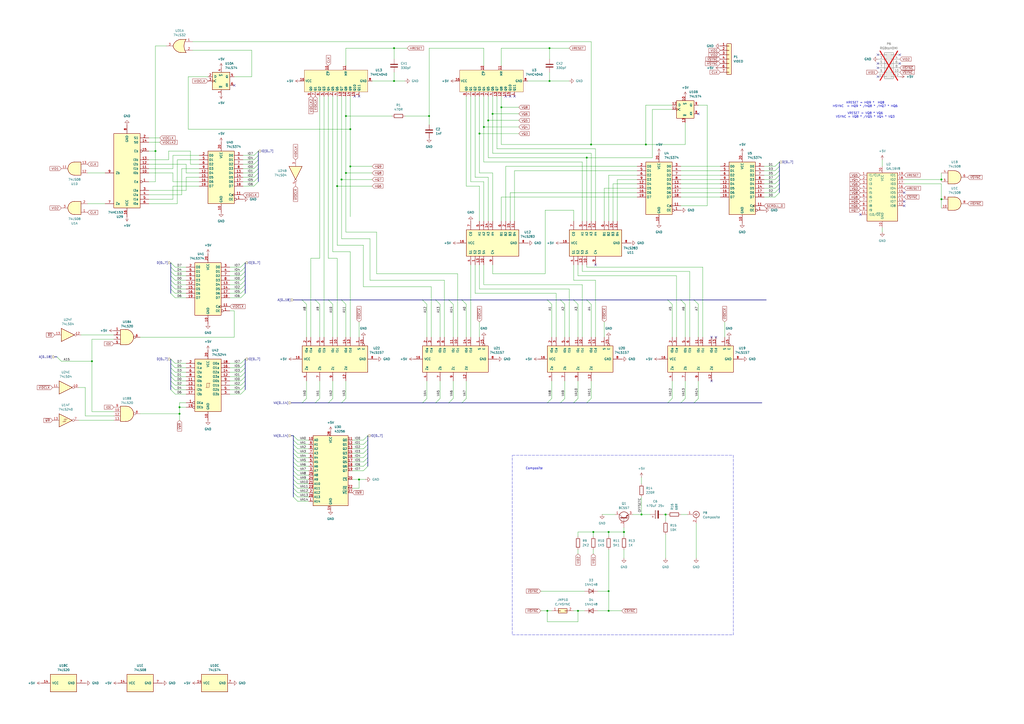
<source format=kicad_sch>
(kicad_sch (version 20231120) (generator "eeschema") (generator_version "8.0")
  (paper "A2")
  (junction (at 353.06 308.61))
  (junction (at 104.14 236.22))
  (junction (at 374.65 83.82))
  (junction (at 344.17 308.61))
  (junction (at 335.28 354.33))
  (junction (at 198.12 104.14))
  (junction (at 200.66 100.33))
  (junction (at 228.6 46.99))
  (junction (at 342.9 83.82))
  (junction (at 318.77 46.99))
  (junction (at 228.6 27.94))
  (junction (at 104.14 240.03))
  (junction (at 340.36 91.44))
  (junction (at 372.11 298.45))
  (junction (at 248.92 67.31))
  (junction (at 200.66 67.31))
  (junction (at 386.08 298.45))
  (junction (at 546.1 115.57))
  (junction (at 546.1 104.14))
  (junction (at 203.2 74.93))
  (junction (at 53.34 209.55))
  (junction (at 203.2 96.52))
  (junction (at 195.58 107.95))
  (junction (at 90.17 87.63))
  (junction (at 280.67 73.66))
  (junction (at 317.5 354.33))
  (junction (at 353.06 354.33))
  (junction (at 278.13 77.47))
  (junction (at 361.95 308.61))
  (junction (at 318.77 27.94))
  (junction (at 290.83 62.23))
  (junction (at 283.21 69.85))
  (junction (at 285.75 66.04))
  (junction (at 208.28 278.13))
  (junction (at 353.06 342.9))
  (no_connect (at 509.27 44.45))
  (no_connect (at 524.51 119.38))
  (no_connect (at 509.27 31.75))
  (no_connect (at 135.89 49.53))
  (no_connect (at 205.74 55.88))
  (no_connect (at 524.51 116.84))
  (no_connect (at 524.51 111.76))
  (no_connect (at 521.97 31.75))
  (no_connect (at 298.45 55.88))
  (no_connect (at 521.97 36.83))
  (no_connect (at 412.75 220.98))
  (no_connect (at 499.11 124.46))
  (no_connect (at 295.91 55.88))
  (no_connect (at 293.37 55.88))
  (no_connect (at 412.75 195.58))
  (no_connect (at 345.44 153.67))
  (no_connect (at 415.29 195.58))
  (no_connect (at 208.28 55.88))
  (no_connect (at 405.13 66.04))
  (no_connect (at 509.27 36.83))
  (no_connect (at 509.27 39.37))
  (bus_entry (at 449.58 101.6) (size 2.54 -2.54))
  (bus_entry (at 170.18 265.43) (size 2.54 2.54))
  (bus_entry (at 267.97 233.68) (size 2.54 -2.54))
  (bus_entry (at 139.7 165.1) (size 2.54 -2.54))
  (bus_entry (at 394.97 173.99) (size 2.54 2.54))
  (bus_entry (at 147.32 97.79) (size 2.54 -2.54))
  (bus_entry (at 147.32 95.25) (size 2.54 -2.54))
  (bus_entry (at 101.6 170.18) (size -2.54 -2.54))
  (bus_entry (at 139.7 154.94) (size 2.54 -2.54))
  (bus_entry (at 101.6 165.1) (size -2.54 -2.54))
  (bus_entry (at 402.59 233.68) (size 2.54 -2.54))
  (bus_entry (at 170.18 270.51) (size 2.54 2.54))
  (bus_entry (at 139.7 223.52) (size 2.54 -2.54))
  (bus_entry (at 101.6 223.52) (size -2.54 -2.54))
  (bus_entry (at 139.7 172.72) (size 2.54 -2.54))
  (bus_entry (at 252.73 173.99) (size 2.54 2.54))
  (bus_entry (at 139.7 226.06) (size 2.54 -2.54))
  (bus_entry (at 260.35 233.68) (size 2.54 -2.54))
  (bus_entry (at 190.5 173.99) (size 2.54 2.54))
  (bus_entry (at 210.82 273.05) (size 2.54 -2.54))
  (bus_entry (at 170.18 275.59) (size 2.54 2.54))
  (bus_entry (at 139.7 228.6) (size 2.54 -2.54))
  (bus_entry (at 170.18 280.67) (size 2.54 2.54))
  (bus_entry (at 245.11 233.68) (size 2.54 -2.54))
  (bus_entry (at 101.6 157.48) (size -2.54 -2.54))
  (bus_entry (at 325.12 233.68) (size 2.54 -2.54))
  (bus_entry (at 101.6 218.44) (size -2.54 -2.54))
  (bus_entry (at 33.02 207.01) (size 2.54 2.54))
  (bus_entry (at 139.7 210.82) (size 2.54 -2.54))
  (bus_entry (at 317.5 233.68) (size 2.54 -2.54))
  (bus_entry (at 101.6 226.06) (size -2.54 -2.54))
  (bus_entry (at 210.82 255.27) (size 2.54 -2.54))
  (bus_entry (at 260.35 173.99) (size 2.54 2.54))
  (bus_entry (at 449.58 114.3) (size 2.54 -2.54))
  (bus_entry (at 170.18 252.73) (size 2.54 2.54))
  (bus_entry (at 182.88 173.99) (size 2.54 2.54))
  (bus_entry (at 267.97 173.99) (size 2.54 2.54))
  (bus_entry (at 101.6 228.6) (size -2.54 -2.54))
  (bus_entry (at 139.7 162.56) (size 2.54 -2.54))
  (bus_entry (at 101.6 172.72) (size -2.54 -2.54))
  (bus_entry (at 449.58 96.52) (size 2.54 -2.54))
  (bus_entry (at 147.32 105.41) (size 2.54 -2.54))
  (bus_entry (at 252.73 233.68) (size 2.54 -2.54))
  (bus_entry (at 332.74 233.68) (size 2.54 -2.54))
  (bus_entry (at 210.82 262.89) (size 2.54 -2.54))
  (bus_entry (at 190.5 233.68) (size 2.54 -2.54))
  (bus_entry (at 139.7 220.98) (size 2.54 -2.54))
  (bus_entry (at 340.36 173.99) (size 2.54 2.54))
  (bus_entry (at 340.36 233.68) (size 2.54 -2.54))
  (bus_entry (at 449.58 106.68) (size 2.54 -2.54))
  (bus_entry (at 170.18 273.05) (size 2.54 2.54))
  (bus_entry (at 449.58 111.76) (size 2.54 -2.54))
  (bus_entry (at 317.5 173.99) (size 2.54 2.54))
  (bus_entry (at 101.6 220.98) (size -2.54 -2.54))
  (bus_entry (at 449.58 109.22) (size 2.54 -2.54))
  (bus_entry (at 170.18 278.13) (size 2.54 2.54))
  (bus_entry (at 402.59 173.99) (size 2.54 2.54))
  (bus_entry (at 101.6 215.9) (size -2.54 -2.54))
  (bus_entry (at 210.82 265.43) (size 2.54 -2.54))
  (bus_entry (at 325.12 173.99) (size 2.54 2.54))
  (bus_entry (at 449.58 99.06) (size 2.54 -2.54))
  (bus_entry (at 147.32 100.33) (size 2.54 -2.54))
  (bus_entry (at 449.58 104.14) (size 2.54 -2.54))
  (bus_entry (at 182.88 233.68) (size 2.54 -2.54))
  (bus_entry (at 170.18 260.35) (size 2.54 2.54))
  (bus_entry (at 170.18 267.97) (size 2.54 2.54))
  (bus_entry (at 170.18 257.81) (size 2.54 2.54))
  (bus_entry (at 245.11 173.99) (size 2.54 2.54))
  (bus_entry (at 210.82 267.97) (size 2.54 -2.54))
  (bus_entry (at 101.6 154.94) (size -2.54 -2.54))
  (bus_entry (at 147.32 92.71) (size 2.54 -2.54))
  (bus_entry (at 147.32 102.87) (size 2.54 -2.54))
  (bus_entry (at 139.7 215.9) (size 2.54 -2.54))
  (bus_entry (at 170.18 255.27) (size 2.54 2.54))
  (bus_entry (at 147.32 107.95) (size 2.54 -2.54))
  (bus_entry (at 101.6 160.02) (size -2.54 -2.54))
  (bus_entry (at 101.6 167.64) (size -2.54 -2.54))
  (bus_entry (at 387.35 233.68) (size 2.54 -2.54))
  (bus_entry (at 101.6 210.82) (size -2.54 -2.54))
  (bus_entry (at 175.26 233.68) (size 2.54 -2.54))
  (bus_entry (at 198.12 233.68) (size 2.54 -2.54))
  (bus_entry (at 210.82 270.51) (size 2.54 -2.54))
  (bus_entry (at 198.12 173.99) (size 2.54 2.54))
  (bus_entry (at 139.7 157.48) (size 2.54 -2.54))
  (bus_entry (at 101.6 213.36) (size -2.54 -2.54))
  (bus_entry (at 139.7 167.64) (size 2.54 -2.54))
  (bus_entry (at 139.7 170.18) (size 2.54 -2.54))
  (bus_entry (at 387.35 173.99) (size 2.54 2.54))
  (bus_entry (at 210.82 257.81) (size 2.54 -2.54))
  (bus_entry (at 139.7 218.44) (size 2.54 -2.54))
  (bus_entry (at 170.18 288.29) (size 2.54 2.54))
  (bus_entry (at 170.18 262.89) (size 2.54 2.54))
  (bus_entry (at 139.7 213.36) (size 2.54 -2.54))
  (bus_entry (at 332.74 173.99) (size 2.54 2.54))
  (bus_entry (at 175.26 173.99) (size 2.54 2.54))
  (bus_entry (at 170.18 283.21) (size 2.54 2.54))
  (bus_entry (at 170.18 285.75) (size 2.54 2.54))
  (bus_entry (at 101.6 162.56) (size -2.54 -2.54))
  (bus_entry (at 210.82 260.35) (size 2.54 -2.54))
  (bus_entry (at 139.7 160.02) (size 2.54 -2.54))
  (bus_entry (at 147.32 90.17) (size 2.54 -2.54))
  (bus_entry (at 394.97 233.68) (size 2.54 -2.54))
  (wire (pts (xy 280.67 105.41) (xy 280.67 128.27)))
  (bus (pts (xy 149.86 102.87) (xy 149.86 105.41)))
  (wire (pts (xy 172.72 273.05) (xy 179.07 273.05)))
  (wire (pts (xy 104.14 236.22) (xy 104.14 240.03)))
  (wire (pts (xy 443.23 101.6) (xy 449.58 101.6)))
  (wire (pts (xy 185.42 149.86) (xy 180.34 149.86)))
  (bus (pts (xy 190.5 233.68) (xy 198.12 233.68)))
  (wire (pts (xy 344.17 318.77) (xy 344.17 321.31)))
  (bus (pts (xy 170.18 267.97) (xy 170.18 270.51)))
  (bus (pts (xy 170.18 275.59) (xy 170.18 278.13)))
  (wire (pts (xy 228.6 27.94) (xy 228.6 34.29)))
  (wire (pts (xy 135.89 180.34) (xy 133.35 180.34)))
  (wire (pts (xy 283.21 102.87) (xy 283.21 128.27)))
  (bus (pts (xy 182.88 233.68) (xy 190.5 233.68)))
  (wire (pts (xy 193.04 146.05) (xy 203.2 146.05)))
  (wire (pts (xy 86.36 113.03) (xy 105.41 113.03)))
  (bus (pts (xy 142.24 165.1) (xy 142.24 167.64)))
  (wire (pts (xy 285.75 66.04) (xy 300.99 66.04)))
  (wire (pts (xy 140.97 97.79) (xy 147.32 97.79)))
  (wire (pts (xy 361.95 306.07) (xy 361.95 308.61)))
  (bus (pts (xy 142.24 210.82) (xy 142.24 213.36)))
  (wire (pts (xy 86.36 92.71) (xy 97.79 92.71)))
  (wire (pts (xy 109.22 74.93) (xy 109.22 44.45)))
  (wire (pts (xy 200.66 67.31) (xy 200.66 100.33)))
  (bus (pts (xy 99.06 160.02) (xy 99.06 162.56)))
  (bus (pts (xy 267.97 173.99) (xy 317.5 173.99)))
  (bus (pts (xy 452.12 109.22) (xy 452.12 111.76)))
  (wire (pts (xy 327.66 220.98) (xy 327.66 231.14)))
  (wire (pts (xy 337.82 93.98) (xy 337.82 128.27)))
  (wire (pts (xy 342.9 220.98) (xy 342.9 231.14)))
  (wire (pts (xy 203.2 74.93) (xy 203.2 96.52)))
  (wire (pts (xy 369.57 101.6) (xy 353.06 101.6)))
  (wire (pts (xy 378.46 91.44) (xy 378.46 63.5)))
  (wire (pts (xy 248.92 67.31) (xy 248.92 72.39)))
  (wire (pts (xy 140.97 105.41) (xy 147.32 105.41)))
  (bus (pts (xy 317.5 173.99) (xy 325.12 173.99)))
  (wire (pts (xy 332.74 121.92) (xy 332.74 128.27)))
  (wire (pts (xy 100.33 105.41) (xy 115.57 105.41)))
  (wire (pts (xy 198.12 104.14) (xy 215.9 104.14)))
  (wire (pts (xy 290.83 55.88) (xy 290.83 62.23)))
  (wire (pts (xy 317.5 360.68) (xy 335.28 360.68)))
  (bus (pts (xy 325.12 233.68) (xy 332.74 233.68)))
  (wire (pts (xy 394.97 96.52) (xy 417.83 96.52)))
  (wire (pts (xy 146.05 29.21) (xy 111.76 29.21)))
  (wire (pts (xy 443.23 99.06) (xy 449.58 99.06)))
  (wire (pts (xy 318.77 27.94) (xy 290.83 27.94)))
  (wire (pts (xy 172.72 278.13) (xy 179.07 278.13)))
  (wire (pts (xy 195.58 107.95) (xy 215.9 107.95)))
  (wire (pts (xy 193.04 55.88) (xy 193.04 146.05)))
  (bus (pts (xy 170.18 280.67) (xy 170.18 283.21)))
  (wire (pts (xy 203.2 96.52) (xy 203.2 125.73)))
  (bus (pts (xy 99.06 167.64) (xy 99.06 170.18)))
  (bus (pts (xy 213.36 262.89) (xy 213.36 265.43)))
  (wire (pts (xy 369.57 114.3) (xy 290.83 114.3)))
  (wire (pts (xy 86.36 118.11) (xy 102.87 118.11)))
  (wire (pts (xy 275.59 170.18) (xy 322.58 170.18)))
  (wire (pts (xy 107.95 102.87) (xy 115.57 102.87)))
  (wire (pts (xy 104.14 240.03) (xy 104.14 243.84)))
  (wire (pts (xy 50.8 100.33) (xy 60.96 100.33)))
  (wire (pts (xy 133.35 165.1) (xy 139.7 165.1)))
  (wire (pts (xy 344.17 308.61) (xy 344.17 311.15)))
  (wire (pts (xy 203.2 146.05) (xy 203.2 195.58)))
  (bus (pts (xy 340.36 233.68) (xy 387.35 233.68)))
  (bus (pts (xy 332.74 233.68) (xy 340.36 233.68)))
  (wire (pts (xy 288.29 86.36) (xy 345.44 86.36)))
  (wire (pts (xy 107.95 228.6) (xy 101.6 228.6)))
  (wire (pts (xy 133.35 213.36) (xy 139.7 213.36)))
  (bus (pts (xy 213.36 257.81) (xy 213.36 260.35)))
  (wire (pts (xy 200.66 38.1) (xy 200.66 27.94)))
  (wire (pts (xy 394.97 99.06) (xy 417.83 99.06)))
  (wire (pts (xy 270.51 107.95) (xy 278.13 107.95)))
  (wire (pts (xy 146.05 44.45) (xy 146.05 29.21)))
  (wire (pts (xy 332.74 153.67) (xy 332.74 162.56)))
  (wire (pts (xy 546.1 115.57) (xy 546.1 120.65)))
  (wire (pts (xy 107.95 95.25) (xy 107.95 100.33)))
  (wire (pts (xy 317.5 354.33) (xy 317.5 360.68)))
  (wire (pts (xy 511.81 132.08) (xy 511.81 134.62)))
  (wire (pts (xy 327.66 176.53) (xy 327.66 195.58)))
  (wire (pts (xy 443.23 111.76) (xy 449.58 111.76)))
  (wire (pts (xy 172.72 288.29) (xy 179.07 288.29)))
  (wire (pts (xy 248.92 27.94) (xy 280.67 27.94)))
  (wire (pts (xy 86.36 115.57) (xy 100.33 115.57)))
  (wire (pts (xy 215.9 46.99) (xy 228.6 46.99)))
  (bus (pts (xy 99.06 215.9) (xy 99.06 218.44)))
  (wire (pts (xy 280.67 73.66) (xy 300.99 73.66)))
  (wire (pts (xy 204.47 255.27) (xy 210.82 255.27)))
  (wire (pts (xy 100.33 115.57) (xy 100.33 107.95)))
  (bus (pts (xy 170.18 278.13) (xy 170.18 280.67)))
  (wire (pts (xy 172.72 285.75) (xy 179.07 285.75)))
  (bus (pts (xy 142.24 152.4) (xy 142.24 154.94)))
  (bus (pts (xy 170.18 283.21) (xy 170.18 285.75)))
  (bus (pts (xy 170.18 273.05) (xy 170.18 275.59)))
  (wire (pts (xy 187.96 55.88) (xy 187.96 195.58)))
  (bus (pts (xy 213.36 265.43) (xy 213.36 267.97)))
  (wire (pts (xy 335.28 220.98) (xy 335.28 231.14)))
  (wire (pts (xy 90.17 26.67) (xy 90.17 87.63)))
  (bus (pts (xy 142.24 157.48) (xy 142.24 160.02)))
  (wire (pts (xy 320.04 176.53) (xy 320.04 195.58)))
  (bus (pts (xy 99.06 152.4) (xy 99.06 154.94)))
  (wire (pts (xy 109.22 44.45) (xy 120.65 44.45)))
  (wire (pts (xy 332.74 354.33) (xy 335.28 354.33)))
  (wire (pts (xy 346.71 354.33) (xy 353.06 354.33)))
  (wire (pts (xy 255.27 220.98) (xy 255.27 231.14)))
  (wire (pts (xy 344.17 308.61) (xy 335.28 308.61)))
  (wire (pts (xy 133.35 154.94) (xy 139.7 154.94)))
  (wire (pts (xy 198.12 138.43) (xy 214.63 138.43)))
  (wire (pts (xy 228.6 41.91) (xy 228.6 46.99)))
  (wire (pts (xy 86.36 110.49) (xy 107.95 110.49)))
  (wire (pts (xy 320.04 220.98) (xy 320.04 231.14)))
  (wire (pts (xy 133.35 210.82) (xy 139.7 210.82)))
  (bus (pts (xy 99.06 210.82) (xy 99.06 213.36)))
  (wire (pts (xy 369.57 104.14) (xy 358.14 104.14)))
  (wire (pts (xy 369.57 96.52) (xy 293.37 96.52)))
  (wire (pts (xy 107.95 110.49) (xy 107.95 102.87)))
  (wire (pts (xy 210.82 166.37) (xy 250.19 166.37)))
  (bus (pts (xy 402.59 233.68) (xy 441.96 233.68)))
  (wire (pts (xy 270.51 176.53) (xy 270.51 195.58)))
  (bus (pts (xy 175.26 233.68) (xy 182.88 233.68)))
  (wire (pts (xy 92.71 80.01) (xy 86.36 80.01)))
  (wire (pts (xy 135.89 195.58) (xy 135.89 180.34)))
  (wire (pts (xy 133.35 218.44) (xy 139.7 218.44)))
  (wire (pts (xy 361.95 308.61) (xy 353.06 308.61)))
  (wire (pts (xy 397.51 83.82) (xy 397.51 71.12)))
  (wire (pts (xy 214.63 162.56) (xy 257.81 162.56)))
  (wire (pts (xy 172.72 283.21) (xy 179.07 283.21)))
  (wire (pts (xy 172.72 255.27) (xy 179.07 255.27)))
  (wire (pts (xy 200.66 134.62) (xy 218.44 134.62)))
  (wire (pts (xy 335.28 176.53) (xy 335.28 195.58)))
  (wire (pts (xy 394.97 106.68) (xy 417.83 106.68)))
  (wire (pts (xy 203.2 74.93) (xy 109.22 74.93)))
  (wire (pts (xy 262.89 176.53) (xy 262.89 195.58)))
  (wire (pts (xy 100.33 100.33) (xy 100.33 105.41)))
  (bus (pts (xy 99.06 218.44) (xy 99.06 220.98)))
  (wire (pts (xy 349.25 298.45) (xy 356.87 298.45)))
  (wire (pts (xy 278.13 107.95) (xy 278.13 128.27)))
  (wire (pts (xy 214.63 138.43) (xy 214.63 162.56)))
  (wire (pts (xy 394.97 111.76) (xy 417.83 111.76)))
  (bus (pts (xy 317.5 233.68) (xy 325.12 233.68)))
  (wire (pts (xy 278.13 77.47) (xy 300.99 77.47)))
  (wire (pts (xy 92.71 82.55) (xy 86.36 82.55)))
  (bus (pts (xy 170.18 285.75) (xy 170.18 288.29)))
  (wire (pts (xy 234.95 67.31) (xy 248.92 67.31)))
  (wire (pts (xy 133.35 215.9) (xy 139.7 215.9)))
  (wire (pts (xy 335.28 354.33) (xy 339.09 354.33)))
  (wire (pts (xy 318.77 46.99) (xy 306.07 46.99)))
  (wire (pts (xy 353.06 354.33) (xy 360.68 354.33)))
  (bus (pts (xy 387.35 173.99) (xy 394.97 173.99)))
  (wire (pts (xy 285.75 55.88) (xy 285.75 66.04)))
  (wire (pts (xy 140.97 92.71) (xy 147.32 92.71)))
  (wire (pts (xy 335.28 153.67) (xy 335.28 160.02)))
  (wire (pts (xy 200.66 67.31) (xy 227.33 67.31)))
  (wire (pts (xy 135.89 44.45) (xy 146.05 44.45)))
  (wire (pts (xy 195.58 55.88) (xy 195.58 107.95)))
  (wire (pts (xy 340.36 153.67) (xy 340.36 154.94)))
  (wire (pts (xy 204.47 260.35) (xy 210.82 260.35)))
  (wire (pts (xy 97.79 92.71) (xy 97.79 87.63)))
  (bus (pts (xy 452.12 96.52) (xy 452.12 99.06)))
  (wire (pts (xy 293.37 96.52) (xy 293.37 128.27)))
  (wire (pts (xy 218.44 134.62) (xy 218.44 158.75)))
  (wire (pts (xy 107.95 160.02) (xy 101.6 160.02)))
  (bus (pts (xy 170.18 265.43) (xy 170.18 267.97)))
  (wire (pts (xy 100.33 97.79) (xy 100.33 90.17)))
  (wire (pts (xy 403.86 303.53) (xy 403.86 323.85)))
  (wire (pts (xy 107.95 172.72) (xy 101.6 172.72)))
  (wire (pts (xy 346.71 342.9) (xy 353.06 342.9)))
  (wire (pts (xy 228.6 27.94) (xy 236.22 27.94)))
  (bus (pts (xy 213.36 260.35) (xy 213.36 262.89)))
  (wire (pts (xy 140.97 95.25) (xy 147.32 95.25)))
  (wire (pts (xy 208.28 283.21) (xy 208.28 278.13)))
  (wire (pts (xy 290.83 114.3) (xy 290.83 128.27)))
  (wire (pts (xy 353.06 342.9) (xy 353.06 354.33)))
  (wire (pts (xy 410.21 60.96) (xy 410.21 119.38)))
  (bus (pts (xy 452.12 104.14) (xy 452.12 106.68)))
  (wire (pts (xy 133.35 167.64) (xy 139.7 167.64)))
  (wire (pts (xy 285.75 100.33) (xy 285.75 128.27)))
  (wire (pts (xy 546.1 106.68) (xy 546.1 115.57)))
  (wire (pts (xy 353.06 308.61) (xy 344.17 308.61)))
  (wire (pts (xy 49.53 241.3) (xy 66.04 241.3)))
  (wire (pts (xy 107.95 162.56) (xy 101.6 162.56)))
  (wire (pts (xy 195.58 142.24) (xy 210.82 142.24)))
  (bus (pts (xy 452.12 93.98) (xy 452.12 96.52)))
  (wire (pts (xy 378.46 63.5) (xy 389.89 63.5)))
  (wire (pts (xy 172.72 267.97) (xy 179.07 267.97)))
  (wire (pts (xy 204.47 262.89) (xy 210.82 262.89)))
  (wire (pts (xy 288.29 55.88) (xy 288.29 86.36)))
  (bus (pts (xy 332.74 173.99) (xy 340.36 173.99)))
  (bus (pts (xy 252.73 233.68) (xy 260.35 233.68)))
  (wire (pts (xy 313.69 342.9) (xy 339.09 342.9)))
  (wire (pts (xy 35.56 209.55) (xy 53.34 209.55)))
  (wire (pts (xy 218.44 158.75) (xy 265.43 158.75)))
  (wire (pts (xy 280.67 165.1) (xy 337.82 165.1)))
  (bus (pts (xy 142.24 167.64) (xy 142.24 170.18)))
  (wire (pts (xy 270.51 220.98) (xy 270.51 231.14)))
  (wire (pts (xy 200.66 100.33) (xy 215.9 100.33)))
  (bus (pts (xy 452.12 101.6) (xy 452.12 104.14)))
  (wire (pts (xy 316.23 121.92) (xy 332.74 121.92)))
  (bus (pts (xy 99.06 154.94) (xy 99.06 157.48)))
  (wire (pts (xy 204.47 283.21) (xy 208.28 283.21)))
  (wire (pts (xy 353.06 308.61) (xy 353.06 311.15)))
  (wire (pts (xy 394.97 114.3) (xy 417.83 114.3)))
  (bus (pts (xy 149.86 97.79) (xy 149.86 100.33)))
  (wire (pts (xy 96.52 26.67) (xy 90.17 26.67)))
  (bus (pts (xy 213.36 267.97) (xy 213.36 270.51)))
  (bus (pts (xy 170.18 262.89) (xy 170.18 265.43)))
  (wire (pts (xy 273.05 153.67) (xy 273.05 195.58)))
  (wire (pts (xy 247.65 176.53) (xy 247.65 195.58)))
  (wire (pts (xy 335.28 160.02) (xy 392.43 160.02)))
  (bus (pts (xy 325.12 173.99) (xy 332.74 173.99)))
  (wire (pts (xy 200.66 176.53) (xy 200.66 195.58)))
  (bus (pts (xy 99.06 165.1) (xy 99.06 167.64)))
  (wire (pts (xy 407.67 154.94) (xy 407.67 195.58)))
  (wire (pts (xy 172.72 290.83) (xy 179.07 290.83)))
  (wire (pts (xy 372.11 288.29) (xy 372.11 298.45)))
  (wire (pts (xy 350.52 186.69) (xy 350.52 195.58)))
  (wire (pts (xy 273.05 55.88) (xy 273.05 105.41)))
  (wire (pts (xy 295.91 111.76) (xy 295.91 128.27)))
  (wire (pts (xy 140.97 102.87) (xy 147.32 102.87)))
  (wire (pts (xy 203.2 96.52) (xy 215.9 96.52)))
  (bus (pts (xy 260.35 233.68) (xy 267.97 233.68)))
  (bus (pts (xy 402.59 173.99) (xy 444.5 173.99)))
  (wire (pts (xy 511.81 92.71) (xy 511.81 96.52)))
  (wire (pts (xy 177.8 220.98) (xy 177.8 231.14)))
  (wire (pts (xy 228.6 46.99) (xy 234.95 46.99)))
  (wire (pts (xy 107.95 154.94) (xy 101.6 154.94)))
  (bus (pts (xy 142.24 218.44) (xy 142.24 220.98)))
  (bus (pts (xy 142.24 215.9) (xy 142.24 218.44)))
  (wire (pts (xy 285.75 88.9) (xy 342.9 88.9)))
  (wire (pts (xy 190.5 55.88) (xy 190.5 149.86)))
  (bus (pts (xy 170.18 255.27) (xy 170.18 257.81)))
  (wire (pts (xy 275.59 153.67) (xy 275.59 170.18)))
  (wire (pts (xy 278.13 153.67) (xy 278.13 167.64)))
  (wire (pts (xy 66.04 196.85) (xy 53.34 196.85)))
  (wire (pts (xy 104.14 236.22) (xy 107.95 236.22)))
  (wire (pts (xy 335.28 360.68) (xy 335.28 354.33)))
  (bus (pts (xy 198.12 233.68) (xy 245.11 233.68)))
  (wire (pts (xy 443.23 109.22) (xy 449.58 109.22)))
  (wire (pts (xy 386.08 309.88) (xy 386.08 323.85)))
  (bus (pts (xy 99.06 157.48) (xy 99.06 160.02)))
  (wire (pts (xy 81.28 195.58) (xy 135.89 195.58)))
  (bus (pts (xy 99.06 162.56) (xy 99.06 165.1)))
  (wire (pts (xy 353.06 318.77) (xy 353.06 342.9)))
  (wire (pts (xy 290.83 62.23) (xy 290.83 83.82)))
  (wire (pts (xy 394.97 104.14) (xy 417.83 104.14)))
  (wire (pts (xy 546.1 104.14) (xy 546.1 105.41)))
  (wire (pts (xy 342.9 83.82) (xy 374.65 83.82)))
  (bus (pts (xy 142.24 220.98) (xy 142.24 223.52)))
  (wire (pts (xy 97.79 87.63) (xy 110.49 87.63)))
  (bus (pts (xy 245.11 233.68) (xy 252.73 233.68)))
  (wire (pts (xy 107.95 157.48) (xy 101.6 157.48)))
  (wire (pts (xy 50.8 118.11) (xy 60.96 118.11)))
  (wire (pts (xy 273.05 105.41) (xy 280.67 105.41)))
  (wire (pts (xy 298.45 99.06) (xy 298.45 128.27)))
  (bus (pts (xy 168.91 252.73) (xy 170.18 252.73)))
  (wire (pts (xy 208.28 278.13) (xy 204.47 278.13)))
  (wire (pts (xy 270.51 55.88) (xy 270.51 107.95)))
  (wire (pts (xy 107.95 226.06) (xy 101.6 226.06)))
  (bus (pts (xy 142.24 160.02) (xy 142.24 162.56)))
  (wire (pts (xy 337.82 153.67) (xy 337.82 157.48)))
  (wire (pts (xy 330.2 46.99) (xy 318.77 46.99)))
  (wire (pts (xy 318.77 41.91) (xy 318.77 46.99)))
  (wire (pts (xy 210.82 142.24) (xy 210.82 166.37)))
  (wire (pts (xy 283.21 69.85) (xy 300.99 69.85)))
  (wire (pts (xy 384.81 298.45) (xy 386.08 298.45)))
  (wire (pts (xy 66.04 238.76) (xy 53.34 238.76)))
  (wire (pts (xy 180.34 149.86) (xy 180.34 195.58)))
  (wire (pts (xy 110.49 95.25) (xy 115.57 95.25)))
  (bus (pts (xy 170.18 260.35) (xy 170.18 262.89)))
  (wire (pts (xy 322.58 170.18) (xy 322.58 195.58)))
  (wire (pts (xy 397.51 220.98) (xy 397.51 231.14)))
  (wire (pts (xy 172.72 262.89) (xy 179.07 262.89)))
  (wire (pts (xy 107.95 218.44) (xy 101.6 218.44)))
  (wire (pts (xy 200.66 100.33) (xy 200.66 134.62)))
  (wire (pts (xy 316.23 158.75) (xy 316.23 121.92)))
  (wire (pts (xy 342.9 24.13) (xy 342.9 83.82)))
  (bus (pts (xy 260.35 173.99) (xy 267.97 173.99)))
  (wire (pts (xy 177.8 176.53) (xy 177.8 195.58)))
  (wire (pts (xy 394.97 109.22) (xy 417.83 109.22)))
  (wire (pts (xy 203.2 55.88) (xy 203.2 74.93)))
  (wire (pts (xy 546.1 100.33) (xy 546.1 104.14)))
  (wire (pts (xy 250.19 166.37) (xy 250.19 195.58)))
  (wire (pts (xy 111.76 24.13) (xy 342.9 24.13)))
  (wire (pts (xy 133.35 157.48) (xy 139.7 157.48)))
  (bus (pts (xy 213.36 255.27) (xy 213.36 257.81)))
  (wire (pts (xy 133.35 226.06) (xy 139.7 226.06)))
  (wire (pts (xy 105.41 97.79) (xy 115.57 97.79)))
  (wire (pts (xy 330.2 27.94) (xy 318.77 27.94)))
  (wire (pts (xy 133.35 228.6) (xy 139.7 228.6)))
  (wire (pts (xy 198.12 104.14) (xy 198.12 138.43)))
  (wire (pts (xy 172.72 280.67) (xy 179.07 280.67)))
  (bus (pts (xy 452.12 99.06) (xy 452.12 101.6)))
  (wire (pts (xy 190.5 149.86) (xy 195.58 149.86)))
  (wire (pts (xy 372.11 298.45) (xy 377.19 298.45)))
  (wire (pts (xy 140.97 100.33) (xy 147.32 100.33)))
  (wire (pts (xy 86.36 100.33) (xy 100.33 100.33)))
  (bus (pts (xy 452.12 106.68) (xy 452.12 109.22)))
  (wire (pts (xy 342.9 88.9) (xy 342.9 128.27)))
  (bus (pts (xy 170.18 270.51) (xy 170.18 273.05)))
  (wire (pts (xy 369.57 109.22) (xy 350.52 109.22)))
  (wire (pts (xy 110.49 87.63) (xy 110.49 95.25)))
  (bus (pts (xy 149.86 90.17) (xy 149.86 92.71)))
  (wire (pts (xy 397.51 176.53) (xy 397.51 195.58)))
  (bus (pts (xy 190.5 173.99) (xy 198.12 173.99)))
  (wire (pts (xy 342.9 176.53) (xy 342.9 195.58)))
  (wire (pts (xy 265.43 158.75) (xy 265.43 195.58)))
  (bus (pts (xy 245.11 173.99) (xy 252.73 173.99)))
  (wire (pts (xy 443.23 106.68) (xy 449.58 106.68)))
  (wire (pts (xy 257.81 162.56) (xy 257.81 195.58)))
  (wire (pts (xy 280.67 73.66) (xy 280.67 93.98)))
  (wire (pts (xy 204.47 257.81) (xy 210.82 257.81)))
  (wire (pts (xy 107.95 210.82) (xy 101.6 210.82)))
  (wire (pts (xy 107.95 165.1) (xy 101.6 165.1)))
  (bus (pts (xy 31.75 207.01) (xy 33.02 207.01)))
  (wire (pts (xy 443.23 104.14) (xy 449.58 104.14)))
  (wire (pts (xy 204.47 267.97) (xy 210.82 267.97)))
  (bus (pts (xy 142.24 213.36) (xy 142.24 215.9)))
  (wire (pts (xy 400.05 157.48) (xy 400.05 195.58)))
  (wire (pts (xy 340.36 91.44) (xy 378.46 91.44)))
  (wire (pts (xy 283.21 69.85) (xy 283.21 91.44)))
  (wire (pts (xy 102.87 92.71) (xy 115.57 92.71)))
  (bus (pts (xy 168.91 233.68) (xy 175.26 233.68)))
  (wire (pts (xy 172.72 275.59) (xy 179.07 275.59)))
  (wire (pts (xy 212.09 278.13) (xy 208.28 278.13)))
  (bus (pts (xy 340.36 173.99) (xy 387.35 173.99)))
  (wire (pts (xy 107.95 233.68) (xy 104.14 233.68)))
  (bus (pts (xy 99.06 213.36) (xy 99.06 215.9)))
  (wire (pts (xy 107.95 170.18) (xy 101.6 170.18)))
  (wire (pts (xy 172.72 270.51) (xy 179.07 270.51)))
  (bus (pts (xy 99.06 208.28) (xy 99.06 210.82)))
  (wire (pts (xy 107.95 213.36) (xy 101.6 213.36)))
  (wire (pts (xy 374.65 60.96) (xy 389.89 60.96)))
  (wire (pts (xy 53.34 196.85) (xy 53.34 209.55)))
  (wire (pts (xy 320.04 354.33) (xy 317.5 354.33)))
  (wire (pts (xy 104.14 233.68) (xy 104.14 236.22)))
  (wire (pts (xy 140.97 107.95) (xy 147.32 107.95)))
  (wire (pts (xy 208.28 186.69) (xy 208.28 195.58)))
  (wire (pts (xy 420.37 186.69) (xy 420.37 195.58)))
  (wire (pts (xy 172.72 265.43) (xy 179.07 265.43)))
  (wire (pts (xy 358.14 104.14) (xy 358.14 128.27)))
  (wire (pts (xy 389.89 220.98) (xy 389.89 231.14)))
  (wire (pts (xy 200.66 220.98) (xy 200.66 231.14)))
  (bus (pts (xy 149.86 87.63) (xy 149.86 90.17)))
  (wire (pts (xy 107.95 100.33) (xy 115.57 100.33)))
  (wire (pts (xy 398.78 298.45) (xy 394.97 298.45)))
  (wire (pts (xy 353.06 101.6) (xy 353.06 128.27)))
  (wire (pts (xy 66.04 243.84) (xy 45.72 243.84)))
  (wire (pts (xy 278.13 55.88) (xy 278.13 77.47)))
  (wire (pts (xy 392.43 160.02) (xy 392.43 195.58)))
  (wire (pts (xy 49.53 224.79) (xy 49.53 241.3)))
  (wire (pts (xy 369.57 111.76) (xy 295.91 111.76)))
  (wire (pts (xy 355.6 106.68) (xy 355.6 128.27)))
  (wire (pts (xy 107.95 220.98) (xy 101.6 220.98)))
  (wire (pts (xy 255.27 176.53) (xy 255.27 195.58)))
  (wire (pts (xy 185.42 55.88) (xy 185.42 149.86)))
  (bus (pts (xy 99.06 220.98) (xy 99.06 223.52)))
  (bus (pts (xy 182.88 173.99) (xy 190.5 173.99)))
  (wire (pts (xy 172.72 260.35) (xy 179.07 260.35)))
  (wire (pts (xy 524.51 104.14) (xy 546.1 104.14)))
  (bus (pts (xy 252.73 173.99) (xy 260.35 173.99)))
  (bus (pts (xy 142.24 162.56) (xy 142.24 165.1)))
  (wire (pts (xy 86.36 95.25) (xy 107.95 95.25)))
  (bus (pts (xy 170.18 257.81) (xy 170.18 260.35)))
  (wire (pts (xy 345.44 86.36) (xy 345.44 128.27)))
  (wire (pts (xy 198.12 55.88) (xy 198.12 104.14)))
  (wire (pts (xy 386.08 298.45) (xy 386.08 302.26)))
  (wire (pts (xy 410.21 119.38) (xy 394.97 119.38)))
  (bus (pts (xy 142.24 154.94) (xy 142.24 157.48)))
  (wire (pts (xy 86.36 105.41) (xy 90.17 105.41)))
  (wire (pts (xy 102.87 118.11) (xy 102.87 92.71)))
  (wire (pts (xy 361.95 318.77) (xy 361.95 323.85)))
  (wire (pts (xy 262.89 220.98) (xy 262.89 231.14)))
  (wire (pts (xy 386.08 298.45) (xy 387.35 298.45)))
  (bus (pts (xy 170.18 252.73) (xy 170.18 255.27)))
  (wire (pts (xy 285.75 158.75) (xy 316.23 158.75)))
  (wire (pts (xy 278.13 167.64) (xy 330.2 167.64)))
  (bus (pts (xy 394.97 233.68) (xy 402.59 233.68)))
  (wire (pts (xy 280.67 93.98) (xy 337.82 93.98)))
  (wire (pts (xy 105.41 113.03) (xy 105.41 97.79)))
  (wire (pts (xy 200.66 55.88) (xy 200.66 67.31)))
  (wire (pts (xy 195.58 149.86) (xy 195.58 195.58)))
  (wire (pts (xy 318.77 27.94) (xy 318.77 34.29)))
  (wire (pts (xy 86.36 97.79) (xy 100.33 97.79)))
  (wire (pts (xy 394.97 101.6) (xy 417.83 101.6)))
  (wire (pts (xy 100.33 107.95) (xy 115.57 107.95)))
  (wire (pts (xy 340.36 91.44) (xy 340.36 128.27)))
  (wire (pts (xy 337.82 165.1) (xy 337.82 195.58)))
  (wire (pts (xy 389.89 176.53) (xy 389.89 195.58)))
  (bus (pts (xy 142.24 208.28) (xy 142.24 210.82)))
  (wire (pts (xy 204.47 270.51) (xy 210.82 270.51)))
  (wire (pts (xy 185.42 176.53) (xy 185.42 195.58)))
  (wire (pts (xy 361.95 308.61) (xy 361.95 311.15)))
  (wire (pts (xy 275.59 55.88) (xy 275.59 102.87)))
  (wire (pts (xy 133.35 160.02) (xy 139.7 160.02)))
  (wire (pts (xy 247.65 220.98) (xy 247.65 231.14)))
  (wire (pts (xy 53.34 238.76) (xy 53.34 209.55)))
  (wire (pts (xy 290.83 27.94) (xy 290.83 38.1)))
  (wire (pts (xy 340.36 154.94) (xy 407.67 154.94)))
  (bus (pts (xy 142.24 223.52) (xy 142.24 226.06)))
  (wire (pts (xy 278.13 186.69) (xy 278.13 195.58)))
  (wire (pts (xy 100.33 90.17) (xy 115.57 90.17)))
  (wire (pts (xy 133.35 170.18) (xy 139.7 170.18)))
  (wire (pts (xy 104.14 240.03) (xy 81.28 240.03)))
  (wire (pts (xy 195.58 107.95) (xy 195.58 142.24)))
  (wire (pts (xy 280.67 153.67) (xy 280.67 165.1)))
  (bus (pts (xy 213.36 252.73) (xy 213.36 255.27)))
  (wire (pts (xy 280.67 27.94) (xy 280.67 38.1)))
  (wire (pts (xy 337.82 157.48) (xy 400.05 157.48)))
  (wire (pts (xy 278.13 100.33) (xy 285.75 100.33)))
  (wire (pts (xy 133.35 223.52) (xy 139.7 223.52)))
  (bus (pts (xy 149.86 95.25) (xy 149.86 97.79)))
  (wire (pts (xy 345.44 162.56) (xy 345.44 195.58)))
  (wire (pts (xy 285.75 66.04) (xy 285.75 88.9)))
  (wire (pts (xy 369.57 99.06) (xy 298.45 99.06)))
  (bus (pts (xy 149.86 100.33) (xy 149.86 102.87)))
  (wire (pts (xy 66.04 194.31) (xy 46.99 194.31)))
  (wire (pts (xy 330.2 167.64) (xy 330.2 195.58)))
  (bus (pts (xy 149.86 92.71) (xy 149.86 95.25)))
  (wire (pts (xy 335.28 318.77) (xy 335.28 321.31)))
  (wire (pts (xy 283.21 55.88) (xy 283.21 69.85)))
  (wire (pts (xy 107.95 167.64) (xy 101.6 167.64)))
  (wire (pts (xy 107.95 215.9) (xy 101.6 215.9)))
  (wire (pts (xy 204.47 265.43) (xy 210.82 265.43)))
  (wire (pts (xy 285.75 153.67) (xy 285.75 158.75)))
  (bus (pts (xy 175.26 173.99) (xy 182.88 173.99)))
  (wire (pts (xy 317.5 354.33) (xy 313.69 354.33)))
  (wire (pts (xy 367.03 298.45) (xy 372.11 298.45)))
  (wire (pts (xy 350.52 109.22) (xy 350.52 128.27)))
  (wire (pts (xy 185.42 220.98) (xy 185.42 231.14)))
  (wire (pts (xy 193.04 220.98) (xy 193.04 231.14)))
  (wire (pts (xy 443.23 114.3) (xy 449.58 114.3)))
  (wire (pts (xy 290.83 62.23) (xy 300.99 62.23)))
  (bus (pts (xy 170.18 173.99) (xy 175.26 173.99)))
  (wire (pts (xy 172.72 257.81) (xy 179.07 257.81)))
  (wire (pts (xy 200.66 27.94) (xy 228.6 27.94)))
  (wire (pts (xy 90.17 87.63) (xy 86.36 87.63)))
  (bus (pts (xy 387.35 233.68) (xy 394.97 233.68)))
  (wire (pts (xy 405.13 220.98) (xy 405.13 231.14)))
  (bus (pts (xy 267.97 233.68) (xy 317.5 233.68)))
  (wire (pts (xy 405.13 60.96) (xy 410.21 60.96)))
  (wire (pts (xy 90.17 105.41) (xy 90.17 87.63)))
  (wire (pts (xy 524.51 106.68) (xy 546.1 106.68)))
  (wire (pts (xy 133.35 162.56) (xy 139.7 162.56)))
  (wire (pts (xy 335.28 308.61) (xy 335.28 311.15)))
  (wire (pts (xy 283.21 91.44) (xy 340.36 91.44)))
  (wire (pts (xy 369.57 106.68) (xy 355.6 106.68)))
  (wire (pts (xy 372.11 276.86) (xy 372.11 280.67)))
  (wire (pts (xy 332.74 162.56) (xy 345.44 162.56)))
  (bus (pts (xy 198.12 173.99) (xy 245.11 173.99)))
  (wire (pts (xy 278.13 77.47) (xy 278.13 100.33)))
  (wire (pts (xy 140.97 90.17) (xy 147.32 90.17)))
  (wire (pts (xy 204.47 273.05) (xy 210.82 273.05)))
  (wire (pts (xy 133.35 220.98) (xy 139.7 220.98)))
  (wire (pts (xy 443.23 96.52) (xy 449.58 96.52)))
  (wire (pts (xy 193.04 176.53) (xy 193.04 195.58)))
  (bus (pts (xy 394.97 173.99) (xy 402.59 173.99)))
  (wire (pts (xy 133.35 172.72) (xy 139.7 172.72)))
  (wire (pts (xy 374.65 60.96) (xy 374.65 83.82)))
  (wire (pts (xy 275.59 102.87) (xy 283.21 102.87)))
  (wire (pts (xy 280.67 55.88) (xy 280.67 73.66)))
  (wire (pts (xy 248.92 67.31) (xy 248.92 27.94)))
  (wire (pts (xy 405.13 176.53) (xy 405.13 195.58)))
  (wire (pts (xy 107.95 223.52) (xy 101.6 223.52)))
  (wire (pts (xy 45.72 224.79) (xy 49.53 224.79)))
  (wire (pts (xy 397.51 83.82) (xy 374.65 83.82)))
  (wire (pts (xy 290.83 83.82) (xy 342.9 83.82)))
  (bus (pts (xy 99.06 223.52) (xy 99.06 226.06)))
  (rectangle (start 297.18 264.16) (end 425.45 368.3) (stroke (width 0) (type dash)))
  (text "HRESET = HQ9 *  HQ8\nHSYNC  = HQ9 * /HQ8 * /HQ7 * HQ6\n\nVRESET = VQ8 * VQ6\nVSYNC = VQ8 * /VQ5 * VQ4 * VQ3" (at 501.904 63.754 0) (effects (font (size 1.27 1.27))))
  (text "Composite" (at 309.88 271.78 0) (effects (font (size 1.27 1.27))))
  (label "IO0" (at 135.89 162.56 0))
  (label "VA11" (at 173.99 283.21 0))
  (label "IO6" (at 205.74 270.51 0))
  (label "A12" (at 247.65 177.8 270))
  (label "A4" (at 342.9 177.8 270))
  (label "IO4" (at 135.89 157.48 0))
  (label "IO7" (at 205.74 273.05 0))
  (label "D0" (at 445.77 114.3 0))
  (label "IO0" (at 143.51 97.79 0))
  (label "A15" (at 36.83 209.55 0))
  (label "VA7" (at 270.51 229.87 90))
  (label "VA12" (at 389.89 229.87 90))
  (label "VA9" (at 173.99 278.13 0))
  (label "VA13" (at 397.51 229.87 90))
  (label "D5" (at 105.41 170.18 180))
  (label "VA8" (at 320.04 229.87 90))
  (label "D4" (at 105.41 157.48 180))
  (label "D6" (at 105.41 228.6 180))
  (label "A3" (at 335.28 177.8 270))
  (label "A8" (at 177.8 177.8 270))
  (label "VA8" (at 173.99 275.59 0))
  (label "VA0" (at 177.8 229.87 90))
  (label "IO0" (at 135.89 220.98 0))
  (label "A11" (at 200.66 177.8 270))
  (label "IO3" (at 135.89 215.9 0))
  (label "A2" (at 327.66 177.8 270))
  (label "D1" (at 445.77 96.52 0))
  (label "D5" (at 105.41 213.36 180))
  (label "VA12" (at 173.99 285.75 0))
  (label "D4" (at 105.41 226.06 180))
  (label "IO2" (at 135.89 223.52 0))
  (label "D7" (at 105.41 210.82 180))
  (label "VA3" (at 200.66 229.87 90))
  (label "A0" (at 270.51 177.8 270))
  (label "VA4" (at 247.65 229.87 90))
  (label "D7" (at 445.77 104.14 0))
  (label "D2" (at 445.77 111.76 0))
  (label "IO4" (at 143.51 92.71 0))
  (label "IO3" (at 205.74 262.89 0))
  (label "IO6" (at 135.89 228.6 0))
  (label "VA1" (at 173.99 257.81 0))
  (label "IO2" (at 143.51 102.87 0))
  (label "IO6" (at 143.51 107.95 0))
  (label "A5" (at 389.89 177.8 270))
  (label "IO1" (at 135.89 218.44 0))
  (label "VA11" (at 342.9 229.87 90))
  (label "A14" (at 262.89 177.8 270))
  (label "VA14" (at 173.99 290.83 0))
  (label "D0" (at 105.41 220.98 180))
  (label "IO7" (at 143.51 90.17 0))
  (label "D7" (at 105.41 154.94 180))
  (label "VA14" (at 405.13 229.87 90))
  (label "VA1" (at 185.42 229.87 90))
  (label "VA5" (at 173.99 267.97 0))
  (label "IO6" (at 135.89 172.72 0))
  (label "VA6" (at 173.99 270.51 0))
  (label "VA6" (at 262.89 229.87 90))
  (label "VA10" (at 173.99 280.67 0))
  (label "VA7" (at 173.99 273.05 0))
  (label "IO5" (at 205.74 267.97 0))
  (label "VA9" (at 327.66 229.87 90))
  (label "D6" (at 445.77 106.68 0))
  (label "IO3" (at 143.51 95.25 0))
  (label "D0" (at 105.41 162.56 180))
  (label "D2" (at 105.41 167.64 180))
  (label "OFFSETC" (at 372.11 297.18 90))
  (label "D5" (at 445.77 101.6 0))
  (label "VA3" (at 173.99 262.89 0))
  (label "IO7" (at 135.89 210.82 0))
  (label "IO1" (at 135.89 165.1 0))
  (label "IO5" (at 135.89 213.36 0))
  (label "IO4" (at 135.89 226.06 0))
  (label "D2" (at 105.41 223.52 180))
  (label "VA4" (at 173.99 265.43 0))
  (label "VA0" (at 173.99 255.27 0))
  (label "A10" (at 193.04 177.8 270))
  (label "D6" (at 105.41 172.72 180))
  (label "VA13" (at 173.99 288.29 0))
  (label "IO3" (at 135.89 160.02 0))
  (label "VA5" (at 255.27 229.87 90))
  (label "D3" (at 105.41 215.9 180))
  (label "D3" (at 105.41 160.02 180))
  (label "D3" (at 445.77 99.06 0))
  (label "IO1" (at 205.74 257.81 0))
  (label "IO4" (at 205.74 265.43 0))
  (label "IO5" (at 135.89 170.18 0))
  (label "A7" (at 405.13 177.8 270))
  (label "D4" (at 445.77 109.22 0))
  (label "D1" (at 105.41 165.1 180))
  (label "IO5" (at 143.51 105.41 0))
  (label "IO1" (at 143.51 100.33 0))
  (label "IO7" (at 135.89 154.94 0))
  (label "IO2" (at 135.89 167.64 0))
  (label "A13" (at 255.27 177.8 270))
  (label "A1" (at 320.04 177.8 270))
  (label "VA10" (at 335.28 229.87 90))
  (label "D1" (at 105.41 218.44 180))
  (label "A6" (at 397.51 177.8 270))
  (label "IO0" (at 205.74 255.27 0))
  (label "VA2" (at 173.99 260.35 0))
  (label "IO2" (at 205.74 260.35 0))
  (label "A9" (at 185.42 177.8 270))
  (label "VA2" (at 193.04 229.87 90))
  (global_label "VQ6" (shape input) (at 300.99 66.04 0) (property "Intersheetrefs" "${INTERSHEET_REFS}" (effects (hide yes))))
  (global_label "VID1" (shape input) (at 344.17 321.31 270) (property "Intersheetrefs" "${INTERSHEET_REFS}" (effects (hide yes))))
  (global_label "VID2" (shape input) (at 521.97 34.29 0) (property "Intersheetrefs" "${INTERSHEET_REFS}" (effects (hide yes))))
  (global_label "HQ6" (shape input) (at 499.11 119.38 180) (property "Intersheetrefs" "${INTERSHEET_REFS}" (effects (hide yes))))
  (global_label "~{VSYNC}" (shape input) (at 561.34 102.87 0) (property "Intersheetrefs" "${INTERSHEET_REFS}" (effects (hide yes))))
  (global_label "CLK" (shape input) (at 50.8 123.19 0) (property "Intersheetrefs" "${INTERSHEET_REFS}" (effects (hide yes))))
  (global_label "VID2" (shape input) (at 417.83 31.75 180) (property "Intersheetrefs" "${INTERSHEET_REFS}" (effects (hide yes))))
  (global_label "~{VSYNC}" (shape input) (at 521.97 41.91 0) (property "Intersheetrefs" "${INTERSHEET_REFS}" (effects (hide yes))))
  (global_label "VID1" (shape input) (at 509.27 41.91 180) (property "Intersheetrefs" "${INTERSHEET_REFS}" (effects (hide yes))))
  (global_label "VQ4" (shape input) (at 499.11 104.14 180) (property "Intersheetrefs" "${INTERSHEET_REFS}" (effects (hide yes))))
  (global_label "VIDCLK2" (shape input) (at 92.71 82.55 0) (property "Intersheetrefs" "${INTERSHEET_REFS}" (effects (hide yes))))
  (global_label "VID2" (shape input) (at 335.28 321.31 270) (property "Intersheetrefs" "${INTERSHEET_REFS}" (effects (hide yes))))
  (global_label "~{VSYNC}" (shape input) (at 417.83 34.29 180) (property "Intersheetrefs" "${INTERSHEET_REFS}" (effects (hide yes))))
  (global_label "HRESET" (shape input) (at 524.51 109.22 0) (property "Intersheetrefs" "${INTERSHEET_REFS}" (effects (hide yes))))
  (global_label "HQ9" (shape input) (at 499.11 116.84 180) (property "Intersheetrefs" "${INTERSHEET_REFS}" (effects (hide yes))))
  (global_label "~{VWR}" (shape input) (at 104.14 243.84 270) (property "Intersheetrefs" "${INTERSHEET_REFS}" (effects (hide yes))))
  (global_label "~{HSYNC}" (shape input) (at 313.69 354.33 180) (property "Intersheetrefs" "${INTERSHEET_REFS}" (effects (hide yes))))
  (global_label "CLK" (shape input) (at 190.5 38.1 90) (property "Intersheetrefs" "${INTERSHEET_REFS}" (effects (hide yes))))
  (global_label "VID2" (shape input) (at 35.56 120.65 180) (property "Intersheetrefs" "${INTERSHEET_REFS}" (effects (hide yes))))
  (global_label "VQ4" (shape input) (at 300.99 73.66 0) (property "Intersheetrefs" "${INTERSHEET_REFS}" (effects (hide yes))))
  (global_label "VRESET" (shape input) (at 524.51 101.6 0) (property "Intersheetrefs" "${INTERSHEET_REFS}" (effects (hide yes))))
  (global_label "~{HSYNC}" (shape input) (at 521.97 39.37 0) (property "Intersheetrefs" "${INTERSHEET_REFS}" (effects (hide yes))))
  (global_label "~{VIDCLK}" (shape input) (at 208.28 186.69 90) (property "Intersheetrefs" "${INTERSHEET_REFS}" (effects (hide yes))))
  (global_label "~{WR}" (shape input) (at 30.48 243.84 180) (property "Intersheetrefs" "${INTERSHEET_REFS}" (effects (hide yes))))
  (global_label "HQ9" (shape input) (at 215.9 96.52 0) (property "Intersheetrefs" "${INTERSHEET_REFS}" (effects (hide yes))))
  (global_label "VQ8" (shape input) (at 499.11 111.76 180) (property "Intersheetrefs" "${INTERSHEET_REFS}" (effects (hide yes))))
  (global_label "VQ6" (shape input) (at 499.11 106.68 180) (property "Intersheetrefs" "${INTERSHEET_REFS}" (effects (hide yes))))
  (global_label "VIDCLK" (shape input) (at 140.97 113.03 0) (property "Intersheetrefs" "${INTERSHEET_REFS}" (effects (hide yes))))
  (global_label "VQ5" (shape input) (at 499.11 101.6 180) (property "Intersheetrefs" "${INTERSHEET_REFS}" (effects (hide yes))))
  (global_label "VIDCLK" (shape input) (at 171.45 92.71 90) (property "Intersheetrefs" "${INTERSHEET_REFS}" (effects (hide yes))))
  (global_label "CLK" (shape input) (at 417.83 41.91 180) (property "Intersheetrefs" "${INTERSHEET_REFS}" (effects (hide yes))))
  (global_label "~{VIDCLK}" (shape input) (at 278.13 186.69 90) (property "Intersheetrefs" "${INTERSHEET_REFS}" (effects (hide yes))))
  (global_label "~{CSYNC}" (shape input) (at 524.51 114.3 0) (property "Intersheetrefs" "${INTERSHEET_REFS}" (effects (hide yes))))
  (global_label "VID1" (shape input) (at 417.83 29.21 180) (property "Intersheetrefs" "${INTERSHEET_REFS}" (effects (hide yes))))
  (global_label "~{HSYNC}" (shape input) (at 561.34 118.11 0) (property "Intersheetrefs" "${INTERSHEET_REFS}" (effects (hide yes))))
  (global_label "HQ7" (shape input) (at 499.11 121.92 180) (property "Intersheetrefs" "${INTERSHEET_REFS}" (effects (hide yes))))
  (global_label "~{VIDCLK}" (shape input) (at 350.52 186.69 90) (property "Intersheetrefs" "${INTERSHEET_REFS}" (effects (hide yes))))
  (global_label "HRESET" (shape input) (at 236.22 27.94 0) (property "Intersheetrefs" "${INTERSHEET_REFS}" (effects (hide yes))))
  (global_label "HQ6" (shape input) (at 215.9 107.95 0) (property "Intersheetrefs" "${INTERSHEET_REFS}" (effects (hide yes))))
  (global_label "IOE" (shape input) (at 66.04 199.39 180) (property "Intersheetrefs" "${INTERSHEET_REFS}" (effects (hide yes))))
  (global_label "~{CSYNC}" (shape input) (at 360.68 354.33 0) (property "Intersheetrefs" "${INTERSHEET_REFS}" (effects (hide yes))))
  (global_label "VQ3" (shape input) (at 499.11 109.22 180) (property "Intersheetrefs" "${INTERSHEET_REFS}" (effects (hide yes))))
  (global_label "VQ8" (shape input) (at 300.99 62.23 0) (property "Intersheetrefs" "${INTERSHEET_REFS}" (effects (hide yes))))
  (global_label "VQ5" (shape input) (at 300.99 69.85 0) (property "Intersheetrefs" "${INTERSHEET_REFS}" (effects (hide yes))))
  (global_label "CLK" (shape input) (at 50.8 95.25 0) (property "Intersheetrefs" "${INTERSHEET_REFS}" (effects (hide yes))))
  (global_label "~{RD}" (shape input) (at 31.75 194.31 180) (property "Intersheetrefs" "${INTERSHEET_REFS}" (effects (hide yes))))
  (global_label "HQ7" (shape input) (at 215.9 104.14 0) (property "Intersheetrefs" "${INTERSHEET_REFS}" (effects (hide yes))))
  (global_label "~{VIDCLK}" (shape input) (at 133.35 177.8 0) (property "Intersheetrefs" "${INTERSHEET_REFS}" (effects (hide yes))))
  (global_label "HQ8" (shape input) (at 215.9 100.33 0) (property "Intersheetrefs" "${INTERSHEET_REFS}" (effects (hide yes))))
  (global_label "VQ3" (shape input) (at 300.99 77.47 0) (property "Intersheetrefs" "${INTERSHEET_REFS}" (effects (hide yes))))
  (global_label "~{VWR}" (shape input) (at 204.47 285.75 0) (property "Intersheetrefs" "${INTERSHEET_REFS}" (effects (hide yes))))
  (global_label "~{HSYNC}" (shape input) (at 417.83 36.83 180) (property "Intersheetrefs" "${INTERSHEET_REFS}" (effects (hide yes))))
  (global_label "~{VIDCLK}" (shape input) (at 171.45 107.95 270) (property "Intersheetrefs" "${INTERSHEET_REFS}" (effects (hide yes))))
  (global_label "IOE" (shape input) (at 66.04 236.22 180) (property "Intersheetrefs" "${INTERSHEET_REFS}" (effects (hide yes))))
  (global_label "VIDCLK" (shape input) (at 182.88 55.88 270) (property "Intersheetrefs" "${INTERSHEET_REFS}" (effects (hide yes))))
  (global_label "VIDCLK2" (shape input) (at 180.34 55.88 270) (property "Intersheetrefs" "${INTERSHEET_REFS}" (effects (hide yes))))
  (global_label "~{VIDCLK}" (shape input) (at 30.48 224.79 180) (property "Intersheetrefs" "${INTERSHEET_REFS}" (effects (hide yes))))
  (global_label "~{VIDCLK}" (shape input) (at 420.37 186.69 90) (property "Intersheetrefs" "${INTERSHEET_REFS}" (effects (hide yes))))
  (global_label "VRESET" (shape input) (at 330.2 27.94 0) (property "Intersheetrefs" "${INTERSHEET_REFS}" (effects (hide yes))))
  (global_label "HQ8" (shape input) (at 499.11 114.3 180) (property "Intersheetrefs" "${INTERSHEET_REFS}" (effects (hide yes))))
  (global_label "VIDCLK" (shape input) (at 92.71 80.01 0) (property "Intersheetrefs" "${INTERSHEET_REFS}" (effects (hide yes))))
  (global_label "SCROLL_O" (shape input) (at 443.23 119.38 0) (property "Intersheetrefs" "${INTERSHEET_REFS}" (effects (hide yes))))
  (global_label "VID1" (shape input) (at 35.56 97.79 180) (property "Intersheetrefs" "${INTERSHEET_REFS}" (effects (hide yes))))
  (global_label "~{VSYNC}" (shape input) (at 313.69 342.9 180) (property "Intersheetrefs" "${INTERSHEET_REFS}" (effects (hide yes))))
  (global_label "VIDCLK" (shape input) (at 120.65 46.99 180) (property "Intersheetrefs" "${INTERSHEET_REFS}" (effects (hide yes))))
  (hierarchical_label "IO[0..7]" (shape input) (at 149.86 87.63 0))
  (hierarchical_label "IO[0..7]" (shape input) (at 213.36 252.73 0))
  (hierarchical_label "A[0..18]" (shape input) (at 170.18 173.99 180))
  (hierarchical_label "D[0..7]" (shape input) (at 99.06 152.4 180))
  (hierarchical_label "IO[0..7]" (shape input) (at 142.24 208.28 0))
  (hierarchical_label "VA[0..14]" (shape input) (at 168.91 233.68 180))
  (hierarchical_label "VA[0..14]" (shape input) (at 168.91 252.73 180))
  (hierarchical_label "D[0..7]" (shape input) (at 452.12 93.98 0))
  (hierarchical_label "IO[0..7]" (shape input) (at 142.24 152.4 0))
  (hierarchical_label "A[0..18]" (shape input) (at 31.75 207.01 180))
  (hierarchical_label "D[0..7]" (shape input) (at 99.06 208.28 180))
  (symbol (lib_id "power:+5V") (at 240.03 208.28 90) (mirror x) (unit 1)
    (property "Reference" "#PWR0112" (effects (hide yes)))
    (property "Value" "+5V" (at 236.22 208.2801 90) (effects (justify left)))
    (property "Description" "Power symbol creates a global label with name \"+5V\"" (effects (hide yes)))
  )
  (symbol (lib_id "Logic_Programmable:GAL16V8") (at 511.81 114.3 0) (unit 1)
    (property "Reference" "U2" (at 514.0041 95.25 0) (effects (justify left)))
    (property "Value" "GAL16V8" (at 514.0041 97.79 0) (effects (justify left)))
    (property "Footprint" "011TIM:DIP-20_W7.62mm" (effects (hide yes)))
    (property "Description" "Programmable Logic Array, DIP-20/SOIC-20/PLCC-20" (effects (hide yes)))
  )
  (symbol (lib_id "power:+5V") (at 372.11 276.86 0) (unit 1)
    (property "Reference" "#PWR0219" (effects (hide yes)))
    (property "Value" "+5V" (at 372.11 271.78 0))
    (property "Description" "Power symbol creates a global label with name \"+5V\"" (effects (hide yes)))
  )
  (symbol (lib_id "power:GND") (at 210.82 195.58 0) (mirror x) (unit 1)
    (property "Reference" "#PWR0121" (effects (hide yes)))
    (property "Value" "GND" (at 210.82 190.5 0))
    (property "Description" "Power symbol creates a global label with name \"GND\" , ground" (effects (hide yes)))
  )
  (symbol (lib_id "74xx:74LS04") (at 39.37 194.31 0) (unit 6)
    (property "Reference" "U24" (at 39.37 185.42 0))
    (property "Value" "74LS04" (at 39.37 187.96 0))
    (property "Footprint" "011TIM:DIP-14_W7.62mm" (effects (hide yes)))
    (property "Datasheet" "http://www.ti.com/lit/gpn/sn74LS04" (effects (hide yes)))
    (property "Description" "Hex Inverter" (effects (hide yes)))
  )
  (symbol (lib_id "TIM011:74HC4040") (at 285.75 46.99 0) (unit 1)
    (property "Reference" "U3" (at 309.88 40.6714 0))
    (property "Value" "74HC4040" (at 309.88 43.2114 0))
    (property "Footprint" "011TIM:DIP-16_W7.62mm" (effects (hide yes)))
  )
  (symbol (lib_id "74xx:74LS244") (at 120.65 223.52 0) (unit 1)
    (property "Reference" "U42" (at 122.8441 203.2 0) (effects (justify left)))
    (property "Value" "74LS244" (at 122.8441 205.74 0) (effects (justify left)))
    (property "Footprint" "011TIM:DIP-20_W7.62mm" (effects (hide yes)))
    (property "Datasheet" "http://www.ti.com/lit/ds/symlink/sn74ls244.pdf" (effects (hide yes)))
    (property "Description" "Octal Buffer and Line Driver With 3-State Output, active-low enables, non-inverting outputs" (effects (hide yes)))
  )
  (symbol (lib_id "power:+5V") (at 325.12 140.97 90) (unit 1)
    (property "Reference" "#PWR0105" (effects (hide yes)))
    (property "Value" "+5V" (at 321.31 140.9701 90) (effects (justify left)))
    (property "Description" "Power symbol creates a global label with name \"+5V\"" (effects (hide yes)))
  )
  (symbol (lib_id "power:+5V") (at 521.97 44.45 270) (mirror x) (unit 1)
    (property "Reference" "#PWR0189" (effects (hide yes)))
    (property "Value" "+5V" (at 525.78 44.4499 90) (effects (justify left)))
    (property "Description" "Power symbol creates a global label with name \"+5V\"" (effects (hide yes)))
  )
  (symbol (lib_id "power:GND") (at 353.06 195.58 0) (mirror x) (unit 1)
    (property "Reference" "#PWR0119" (effects (hide yes)))
    (property "Value" "GND" (at 353.06 190.5 0))
    (property "Description" "Power symbol creates a global label with name \"GND\" , ground" (effects (hide yes)))
  )
  (symbol (lib_id "power:+5V") (at 66.04 191.77 90) (unit 1)
    (property "Reference" "#PWR075" (effects (hide yes)))
    (property "Value" "+5V" (at 62.23 191.7699 90) (effects (justify left)))
    (property "Description" "Power symbol creates a global label with name \"+5V\"" (effects (hide yes)))
  )
  (symbol (lib_id "power:GND") (at 417.83 26.67 270) (mirror x) (unit 1)
    (property "Reference" "#PWR0109" (effects (hide yes)))
    (property "Value" "GND" (at 414.02 26.6699 90) (effects (justify right)))
    (property "Description" "Power symbol creates a global label with name \"GND\" , ground" (effects (hide yes)))
  )
  (symbol (lib_id "power:GND") (at 212.09 278.13 90) (mirror x) (unit 1)
    (property "Reference" "#PWR0125" (effects (hide yes)))
    (property "Value" "GND" (at 215.9 278.1299 90) (effects (justify right)))
    (property "Description" "Power symbol creates a global label with name \"GND\" , ground" (effects (hide yes)))
  )
  (symbol (lib_id "power:+5V") (at 68.58 396.24 90) (unit 1)
    (property "Reference" "#PWR087" (effects (hide yes)))
    (property "Value" "+5V" (at 64.77 396.2399 90) (effects (justify left)))
    (property "Description" "Power symbol creates a global label with name \"+5V\"" (effects (hide yes)))
  )
  (symbol (lib_id "74xx:74LS74") (at 124.46 396.24 90) (unit 3)
    (property "Reference" "U10" (at 124.46 386.08 90))
    (property "Value" "74LS74" (at 124.46 388.62 90))
    (property "Footprint" "011TIM:DIP-14_W7.62mm" (effects (hide yes)))
    (property "Datasheet" "74xx/74hc_hct74.pdf" (effects (hide yes)))
    (property "Description" "Dual D Flip-flop, Set & Reset" (effects (hide yes)))
  )
  (symbol (lib_id "Diode:1N4148") (at 342.9 354.33 0) (unit 1)
    (property "Reference" "D4" (at 342.9 347.98 0))
    (property "Value" "1N4148" (at 342.9 350.52 0))
    (property "Footprint" "011TIM:Diode 10.16mm" (effects (hide yes)))
    (property "Datasheet" "https://assets.nexperia.com/documents/data-sheet/1N4148_1N4448.pdf" (effects (hide yes)))
    (property "Description" "100V 0.15A standard switching diode, DO-35" (effects (hide yes)))
    (property "Sim.Device" "D" (effects (hide yes)))
    (property "Sim.Pins" "1=K 2=A" (effects (hide yes)))
  )
  (symbol (lib_id "power:+5V") (at 417.83 39.37 90) (mirror x) (unit 1)
    (property "Reference" "#PWR0193" (effects (hide yes)))
    (property "Value" "+5V" (at 414.02 39.3699 90) (effects (justify left)))
    (property "Description" "Power symbol creates a global label with name \"+5V\"" (effects (hide yes)))
  )
  (symbol (lib_id "power:GND") (at 248.92 80.01 0) (mirror y) (unit 1)
    (property "Reference" "#PWR096" (effects (hide yes)))
    (property "Value" "GND" (at 248.92 85.09 0))
    (property "Description" "Power symbol creates a global label with name \"GND\" , ground" (effects (hide yes)))
  )
  (symbol (lib_id "Device:R") (at 372.11 284.48 0) (unit 1)
    (property "Reference" "R14" (at 374.65 283.2099 0) (effects (justify left)))
    (property "Value" "220R" (at 374.65 285.7499 0) (effects (justify left)))
    (property "Footprint" "011TIM:Resistor 12.7mm" (effects (hide yes)))
    (property "Description" "Resistor" (effects (hide yes)))
  )
  (symbol (lib_id "Device:C") (at 248.92 76.2 0) (unit 1)
    (property "Reference" "C2" (at 252.73 74.9299 0) (effects (justify left)))
    (property "Value" "1nF" (at 252.73 77.4699 0) (effects (justify left)))
    (property "Footprint" "011TIM:Ceramic Cap 5.08mm" (effects (hide yes)))
    (property "Description" "Unpolarized capacitor" (effects (hide yes)))
  )
  (symbol (lib_id "power:+5V") (at 114.3 396.24 90) (unit 1)
    (property "Reference" "#PWR088" (effects (hide yes)))
    (property "Value" "+5V" (at 110.49 396.2399 90) (effects (justify left)))
    (property "Description" "Power symbol creates a global label with name \"+5V\"" (effects (hide yes)))
  )
  (symbol (lib_id "power:+5V") (at 191.77 250.19 0) (mirror y) (unit 1)
    (property "Reference" "#PWR0123" (effects (hide yes)))
    (property "Value" "+5V" (at 191.77 245.11 0))
    (property "Description" "Power symbol creates a global label with name \"+5V\"" (effects (hide yes)))
  )
  (symbol (lib_id "power:GND") (at 234.95 46.99 90) (mirror x) (unit 1)
    (property "Reference" "#PWR092" (effects (hide yes)))
    (property "Value" "GND" (at 238.76 46.9899 90) (effects (justify right)))
    (property "Description" "Power symbol creates a global label with name \"GND\" , ground" (effects (hide yes)))
  )
  (symbol (lib_id "Connector_Generic:Conn_02x06_Odd_Even") (at 514.35 36.83 0) (unit 1) (exclude_from_sim yes) (in_bom no) (on_board no) (dnp yes)
    (property "Reference" "P6" (at 515.62 25.4 0))
    (property "Value" "RGBtoHDMI" (at 515.62 27.94 0))
    (property "Footprint" "Connector_PinSocket_2.54mm:PinSocket_2x06_P2.54mm_Vertical" (effects (hide yes)))
    (property "Description" "Generic connector, double row, 02x06, odd/even pin numbering scheme (row 1 odd numbers, row 2 even numbers), script generated (kicad-library-utils/schlib/autogen/connector/)" (effects (hide yes)))
  )
  (symbol (lib_id "power:GND") (at 73.66 72.39 0) (mirror x) (unit 1)
    (property "Reference" "#PWR080" (effects (hide yes)))
    (property "Value" "GND" (at 73.66 67.31 0))
    (property "Description" "Power symbol creates a global label with name \"GND\" , ground" (effects (hide yes)))
  )
  (symbol (lib_id "74xx:74LS374") (at 430.53 109.22 0) (mirror y) (unit 1)
    (property "Reference" "U5" (at 433.5465 88.9 0) (effects (justify right)))
    (property "Value" "74LS374" (at 433.5465 91.44 0) (effects (justify right)))
    (property "Footprint" "011TIM:DIP-20_W7.62mm" (effects (hide yes)))
    (property "Datasheet" "http://www.ti.com/lit/gpn/sn74LS374" (effects (hide yes)))
    (property "Description" "8-bit Register, 3-state outputs" (effects (hide yes)))
  )
  (symbol (lib_id "74xx:74LS08") (at 553.72 118.11 0) (unit 3)
    (property "Reference" "U1" (at 553.7117 109.22 0))
    (property "Value" "74LS08" (at 553.7117 111.76 0))
    (property "Footprint" "011TIM:DIP-14_W7.62mm" (effects (hide yes)))
    (property "Datasheet" "http://www.ti.com/lit/gpn/sn74LS08" (effects (hide yes)))
    (property "Description" "Quad And2" (effects (hide yes)))
  )
  (symbol (lib_id "Device:R") (at 344.17 314.96 0) (unit 1)
    (property "Reference" "R10" (at 346.71 313.6899 0) (effects (justify left)))
    (property "Value" "1K5" (at 346.71 316.2299 0) (effects (justify left)))
    (property "Footprint" "011TIM:Resistor 12.7mm" (effects (hide yes)))
    (property "Description" "Resistor" (effects (hide yes)))
  )
  (symbol (lib_id "power:GND") (at 443.23 121.92 90) (mirror x) (unit 1)
    (property "Reference" "#PWR0101" (effects (hide yes)))
    (property "Value" "GND" (at 447.04 121.9199 90) (effects (justify right)))
    (property "Description" "Power symbol creates a global label with name \"GND\" , ground" (effects (hide yes)))
  )
  (symbol (lib_id "Connector:Conn_Coaxial") (at 403.86 298.45 0) (unit 1)
    (property "Reference" "P8" (at 407.67 297.4731 0) (effects (justify left)))
    (property "Value" "Composite" (at 407.67 300.0131 0) (effects (justify left)))
    (property "Footprint" "011TIM:RCA2" (effects (hide yes)))
    (property "Description" "coaxial connector (BNC, SMA, SMB, SMC, Cinch/RCA, LEMO, ...)" (effects (hide yes)))
  )
  (symbol (lib_id "74xx:74LS374") (at 382.27 109.22 0) (mirror y) (unit 1)
    (property "Reference" "U4" (at 385.2865 88.9 0) (effects (justify right)))
    (property "Value" "74LS374" (at 385.2865 91.44 0) (effects (justify right)))
    (property "Footprint" "011TIM:DIP-20_W7.62mm" (effects (hide yes)))
    (property "Datasheet" "http://www.ti.com/lit/gpn/sn74LS374" (effects (hide yes)))
    (property "Description" "8-bit Register, 3-state outputs" (effects (hide yes)))
  )
  (symbol (lib_id "74xx:74LS157") (at 405.13 208.28 90) (mirror x) (unit 1)
    (property "Reference" "U19" (at 430.53 201.9614 90))
    (property "Value" "74LS157" (at 430.53 204.5014 90))
    (property "Footprint" "011TIM:DIP-16_W7.62mm" (effects (hide yes)))
    (property "Datasheet" "http://www.ti.com/lit/gpn/sn74LS157" (effects (hide yes)))
    (property "Description" "Quad 2 to 1 line Multiplexer" (effects (hide yes)))
  )
  (symbol (lib_id "Transistor_BJT:BC557") (at 361.95 300.99 90) (unit 1)
    (property "Reference" "Q1" (at 361.95 292.1 90))
    (property "Value" "BC557" (at 361.95 294.64 90))
    (property "Footprint" "011TIM:TO-92_Inline_Wide" (effects (hide yes)))
    (property "Datasheet" "https://www.onsemi.com/pub/Collateral/BC556BTA-D.pdf" (effects (hide yes)))
    (property "Description" "0.1A Ic, 45V Vce, PNP Small Signal Transistor, TO-92" (effects (hide yes)))
  )
  (symbol (lib_id "74xx:74LS08") (at 81.28 396.24 90) (unit 5)
    (property "Reference" "U1" (at 81.28 386.08 90))
    (property "Value" "74LS08" (at 81.28 388.62 90))
    (property "Footprint" "011TIM:DIP-14_W7.62mm" (effects (hide yes)))
    (property "Datasheet" "http://www.ti.com/lit/gpn/sn74LS08" (effects (hide yes)))
    (property "Description" "Quad And2" (effects (hide yes)))
  )
  (symbol (lib_id "power:+5V") (at 128.27 82.55 0) (mirror y) (unit 1)
    (property "Reference" "#PWR083" (effects (hide yes)))
    (property "Value" "+5V" (at 128.27 77.47 0))
    (property "Description" "Power symbol creates a global label with name \"+5V\"" (effects (hide yes)))
  )
  (symbol (lib_id "74xx:74LS20") (at 73.66 240.03 0) (unit 2)
    (property "Reference" "U18" (at 73.6503 231.14 0))
    (property "Value" "74LS20" (at 73.6503 233.68 0))
    (property "Footprint" "011TIM:DIP-14_W7.62mm" (effects (hide yes)))
    (property "Datasheet" "http://www.ti.com/lit/gpn/sn74LS20" (effects (hide yes)))
    (property "Description" "Dual 4-input NAND" (effects (hide yes)))
  )
  (symbol (lib_id "Device:R") (at 391.16 298.45 90) (unit 1)
    (property "Reference" "R16" (at 389.8899 295.91 0) (effects (justify left)))
    (property "Value" "68R" (at 392.4299 295.91 0) (effects (justify left)))
    (property "Footprint" "011TIM:Resistor 12.7mm" (effects (hide yes)))
    (property "Description" "Resistor" (effects (hide yes)))
  )
  (symbol (lib_id "74xx:74LS32") (at 104.14 26.67 0) (mirror y) (unit 1)
    (property "Reference" "U31" (at 104.14 17.78 0))
    (property "Value" "74LS32" (at 104.14 20.32 0))
    (property "Footprint" "011TIM:DIP-14_W7.62mm" (effects (hide yes)))
    (property "Datasheet" "http://www.ti.com/lit/gpn/sn74LS32" (effects (hide yes)))
    (property "Description" "Quad 2-input OR" (effects (hide yes)))
  )
  (symbol (lib_id "power:GND") (at 134.62 396.24 90) (unit 1)
    (property "Reference" "#PWR086" (effects (hide yes)))
    (property "Value" "GND" (at 138.43 396.2399 90) (effects (justify right)))
    (property "Description" "Power symbol creates a global label with name \"GND\" , ground" (effects (hide yes)))
  )
  (symbol (lib_id "power:GND") (at 120.65 187.96 0) (unit 1)
    (property "Reference" "#PWR076" (effects (hide yes)))
    (property "Value" "GND" (at 120.65 193.04 0))
    (property "Description" "Power symbol creates a global label with name \"GND\" , ground" (effects (hide yes)))
  )
  (symbol (lib_id "Connector_Generic:Conn_02x01") (at 325.12 354.33 0) (unit 1)
    (property "Reference" "JMP10" (at 326.39 347.98 0))
    (property "Value" "C/HSYNC" (at 326.39 350.52 0))
    (property "Footprint" "011TIM:PinHeader_1x02 2.54mm" (effects (hide yes)))
    (property "Description" "Generic connector, double row, 02x01, this symbol is compatible with counter-clockwise, top-bottom and odd-even numbering schemes., script generated (kicad-library-utils/schlib/autogen/connector/)" (effects (hide yes)))
  )
  (symbol (lib_id "74xx:74LS374") (at 120.65 167.64 0) (mirror y) (unit 1)
    (property "Reference" "U41" (at 118.4559 147.32 0) (effects (justify left)))
    (property "Value" "74LS374" (at 118.4559 149.86 0) (effects (justify left)))
    (property "Footprint" "011TIM:DIP-20_W7.62mm" (effects (hide yes)))
    (property "Datasheet" "http://www.ti.com/lit/gpn/sn74LS374" (effects (hide yes)))
    (property "Description" "8-bit Register, 3-state outputs" (effects (hide yes)))
  )
  (symbol (lib_id "power:+5V") (at 73.66 125.73 0) (mirror x) (unit 1)
    (property "Reference" "#PWR081" (effects (hide yes)))
    (property "Value" "+5V" (at 73.66 130.81 0))
    (property "Description" "Power symbol creates a global label with name \"+5V\"" (effects (hide yes)))
  )
  (symbol (lib_id "74xx:74LS20") (at 73.66 195.58 0) (unit 1)
    (property "Reference" "U18" (at 73.6503 186.69 0))
    (property "Value" "74LS20" (at 73.6503 189.23 0))
    (property "Footprint" "011TIM:DIP-14_W7.62mm" (effects (hide yes)))
    (property "Datasheet" "http://www.ti.com/lit/gpn/sn74LS20" (effects (hide yes)))
    (property "Description" "Dual 4-input NAND" (effects (hide yes)))
  )
  (symbol (lib_id "power:GND") (at 509.27 34.29 270) (mirror x) (unit 1)
    (property "Reference" "#PWR0190" (effects (hide yes)))
    (property "Value" "GND" (at 505.46 34.2899 90) (effects (justify right)))
    (property "Description" "Power symbol creates a global label with name \"GND\" , ground" (effects (hide yes)))
  )
  (symbol (lib_id "74xx:74LS153") (at 73.66 100.33 180) (unit 1)
    (property "Reference" "U29" (at 71.4659 125.73 0) (effects (justify left)))
    (property "Value" "74HC153" (at 71.4659 123.19 0) (effects (justify left)))
    (property "Footprint" "011TIM:DIP-16_W7.62mm" (effects (hide yes)))
    (property "Datasheet" "http://www.ti.com/lit/gpn/sn74LS153" (effects (hide yes)))
    (property "Description" "Dual Multiplexer 4 to 1" (effects (hide yes)))
  )
  (symbol (lib_id "Device:R") (at 386.08 306.07 0) (unit 1)
    (property "Reference" "R15" (at 388.62 304.7999 0) (effects (justify left)))
    (property "Value" "10K" (at 388.62 307.3399 0) (effects (justify left)))
    (property "Footprint" "011TIM:Resistor 12.7mm" (effects (hide yes)))
    (property "Description" "Resistor" (effects (hide yes)))
  )
  (symbol (lib_id "74xx:74LS08") (at 43.18 97.79 180) (unit 4)
    (property "Reference" "U1" (at 43.1883 106.68 0))
    (property "Value" "74LS08" (at 43.1883 104.14 0))
    (property "Footprint" "011TIM:DIP-14_W7.62mm" (effects (hide yes)))
    (property "Datasheet" "http://www.ti.com/lit/gpn/sn74LS08" (effects (hide yes)))
    (property "Description" "Quad And2" (effects (hide yes)))
  )
  (symbol (lib_id "power:GND") (at 330.2 46.99 90) (mirror x) (unit 1)
    (property "Reference" "#PWR097" (effects (hide yes)))
    (property "Value" "GND" (at 334.01 46.9899 90) (effects (justify right)))
    (property "Description" "Power symbol creates a global label with name \"GND\" , ground" (effects (hide yes)))
  )
  (symbol (lib_id "power:+5V") (at 173.99 46.99 90) (mirror x) (unit 1)
    (property "Reference" "#PWR091" (effects (hide yes)))
    (property "Value" "+5V" (at 170.18 46.9899 90) (effects (justify left)))
    (property "Description" "Power symbol creates a global label with name \"+5V\"" (effects (hide yes)))
  )
  (symbol (lib_id "power:+5V") (at 120.65 203.2 0) (unit 1)
    (property "Reference" "#PWR079" (effects (hide yes)))
    (property "Value" "+5V" (at 120.65 198.12 0))
    (property "Description" "Power symbol creates a global label with name \"+5V\"" (effects (hide yes)))
  )
  (symbol (lib_id "power:GND") (at 93.98 396.24 90) (unit 1)
    (property "Reference" "#PWR085" (effects (hide yes)))
    (property "Value" "GND" (at 97.79 396.2399 90) (effects (justify right)))
    (property "Description" "Power symbol creates a global label with name \"GND\" , ground" (effects (hide yes)))
  )
  (symbol (lib_id "74xx:74LS374") (at 128.27 102.87 0) (mirror y) (unit 1)
    (property "Reference" "U40" (at 131.2865 82.55 0) (effects (justify right)))
    (property "Value" "74LS374" (at 131.2865 85.09 0) (effects (justify right)))
    (property "Footprint" "011TIM:DIP-20_W7.62mm" (effects (hide yes)))
    (property "Datasheet" "http://www.ti.com/lit/gpn/sn74LS374" (effects (hide yes)))
    (property "Description" "8-bit Register, 3-state outputs" (effects (hide yes)))
  )
  (symbol (lib_id "74xx:74LS74") (at 397.51 63.5 0) (unit 2)
    (property "Reference" "U10" (at 399.7041 53.34 0) (effects (justify left)))
    (property "Value" "74LS74" (at 399.7041 55.88 0) (effects (justify left)))
    (property "Footprint" "011TIM:DIP-14_W7.62mm" (effects (hide yes)))
    (property "Datasheet" "74xx/74hc_hct74.pdf" (effects (hide yes)))
    (property "Description" "Dual D Flip-flop, Set & Reset" (effects (hide yes)))
  )
  (symbol (lib_id "74xx:74LS157") (at 193.04 208.28 90) (mirror x) (unit 1)
    (property "Reference" "U22" (at 218.44 201.9614 90))
    (property "Value" "74LS157" (at 218.44 204.5014 90))
    (property "Footprint" "011TIM:DIP-16_W7.62mm" (effects (hide yes)))
    (property "Datasheet" "http://www.ti.com/lit/gpn/sn74LS157" (effects (hide yes)))
    (property "Description" "Quad 2 to 1 line Multiplexer" (effects (hide yes)))
  )
  (symbol (lib_id "power:+5V") (at 120.65 147.32 0) (unit 1)
    (property "Reference" "#PWR077" (effects (hide yes)))
    (property "Value" "+5V" (at 120.65 142.24 0))
    (property "Description" "Power symbol creates a global label with name \"+5V\"" (effects (hide yes)))
  )
  (symbol (lib_id "Device:R") (at 335.28 314.96 0) (unit 1)
    (property "Reference" "R9" (at 337.82 313.6899 0) (effects (justify left)))
    (property "Value" "2K2" (at 337.82 316.2299 0) (effects (justify left)))
    (property "Footprint" "011TIM:Resistor 12.7mm" (effects (hide yes)))
    (property "Description" "Resistor" (effects (hide yes)))
  )
  (symbol (lib_id "power:+5V") (at 397.51 55.88 0) (mirror y) (unit 1)
    (property "Reference" "#PWR098" (effects (hide yes)))
    (property "Value" "+5V" (at 397.51 50.8 0))
    (property "Description" "Power symbol creates a global label with name \"+5V\"" (effects (hide yes)))
  )
  (symbol (lib_id "power:+5V") (at 382.27 88.9 0) (mirror y) (unit 1)
    (property "Reference" "#PWR0102" (effects (hide yes)))
    (property "Value" "+5V" (at 382.27 83.82 0))
    (property "Description" "Power symbol creates a global label with name \"+5V\"" (effects (hide yes)))
  )
  (symbol (lib_id "Device:R") (at 231.14 67.31 90) (unit 1)
    (property "Reference" "R1" (at 231.14 60.96 90))
    (property "Value" "470R" (at 231.14 63.5 90))
    (property "Footprint" "011TIM:Resistor 12.7mm" (effects (hide yes)))
    (property "Description" "Resistor" (effects (hide yes)))
  )
  (symbol (lib_id "TIM011:74HC4040") (at 195.58 46.99 0) (unit 1)
    (property "Reference" "U13" (at 219.71 40.6714 0))
    (property "Value" "74HC4040" (at 219.71 43.2114 0))
    (property "Footprint" "011TIM:DIP-16_W7.62mm" (effects (hide yes)))
  )
  (symbol (lib_id "74xx:74LS74") (at 128.27 46.99 0) (unit 1)
    (property "Reference" "U10" (at 130.4641 36.83 0) (effects (justify left)))
    (property "Value" "74LS74" (at 130.4641 39.37 0) (effects (justify left)))
    (property "Footprint" "011TIM:DIP-14_W7.62mm" (effects (hide yes)))
    (property "Datasheet" "74xx/74hc_hct74.pdf" (effects (hide yes)))
    (property "Description" "Dual D Flip-flop, Set & Reset" (effects (hide yes)))
  )
  (symbol (lib_id "74xx:74LS283") (at 285.75 140.97 90) (mirror x) (unit 1)
    (property "Reference" "U12" (at 306.07 134.6514 90))
    (property "Value" "74LS283" (at 306.07 137.1914 90))
    (property "Footprint" "011TIM:DIP-16_W7.62mm" (effects (hide yes)))
    (property "Datasheet" "http://www.ti.com/lit/gpn/sn74LS283" (effects (hide yes)))
    (property "Description" "4-bit full Adder" (effects (hide yes)))
  )
  (symbol (lib_id "74xx:74LS157") (at 335.28 208.28 90) (mirror x) (unit 1)
    (property "Reference" "U20" (at 360.68 201.9614 90))
    (property "Value" "74LS157" (at 360.68 204.5014 90))
    (property "Footprint" "011TIM:DIP-16_W7.62mm" (effects (hide yes)))
    (property "Datasheet" "http://www.ti.com/lit/gpn/sn74LS157" (effects (hide yes)))
    (property "Description" "Quad 2 to 1 line Multiplexer" (effects (hide yes)))
  )
  (symbol (lib_id "power:GND") (at 511.81 134.62 0) (mirror y) (unit 1)
    (property "Reference" "#PWR040" (effects (hide yes)))
    (property "Value" "GND" (at 511.81 139.7 0))
    (property "Description" "Power symbol creates a global label with name \"GND\" , ground" (effects (hide yes)))
  )
  (symbol (lib_id "74xx:74LS04") (at 171.45 100.33 90) (mirror x) (unit 2)
    (property "Reference" "U24" (at 166.37 99.0599 90) (effects (justify left)))
    (property "Value" "74LS04" (at 166.37 101.5999 90) (effects (justify left)))
    (property "Footprint" "011TIM:DIP-14_W7.62mm" (effects (hide yes)))
    (property "Datasheet" "http://www.ti.com/lit/gpn/sn74LS04" (effects (hide yes)))
    (property "Description" "Hex Inverter" (effects (hide yes)))
  )
  (symbol (lib_id "power:GND") (at 306.07 140.97 90) (unit 1)
    (property "Reference" "#PWR0108" (effects (hide yes)))
    (property "Value" "GND" (at 309.88 140.9701 90) (effects (justify right)))
    (property "Description" "Power symbol creates a global label with name \"GND\" , ground" (effects (hide yes)))
  )
  (symbol (lib_id "power:GND") (at 349.25 298.45 0) (unit 1)
    (property "Reference" "#PWR0172" (effects (hide yes)))
    (property "Value" "GND" (at 349.25 303.53 0))
    (property "Description" "Power symbol creates a global label with name \"GND\" , ground" (effects (hide yes)))
  )
  (symbol (lib_id "power:GND") (at 218.44 208.28 90) (mirror x) (unit 1)
    (property "Reference" "#PWR0111" (effects (hide yes)))
    (property "Value" "GND" (at 222.25 208.2801 90) (effects (justify right)))
    (property "Description" "Power symbol creates a global label with name \"GND\" , ground" (effects (hide yes)))
  )
  (symbol (lib_id "Connector_Generic:Conn_01x07") (at 422.91 34.29 0) (unit 1)
    (property "Reference" "P1" (at 425.45 33.0199 0) (effects (justify left)))
    (property "Value" "VIDEO" (at 425.45 35.5599 0) (effects (justify left)))
    (property "Footprint" "011TIM:PinHeader_1x07 2.54mm VIDEO" (effects (hide yes)))
    (property "Description" "Generic connector, single row, 01x07, script generated (kicad-library-utils/schlib/autogen/connector/)" (effects (hide yes)))
  )
  (symbol (lib_id "74xx:74LS20") (at 36.83 396.24 90) (unit 3)
    (property "Reference" "U18" (at 36.83 386.08 90))
    (property "Value" "74LS20" (at 36.83 388.62 90))
    (property "Footprint" "011TIM:DIP-14_W7.62mm" (effects (hide yes)))
    (property "Datasheet" "http://www.ti.com/lit/gpn/sn74LS20" (effects (hide yes)))
    (property "Description" "Dual 4-input NAND" (effects (hide yes)))
  )
  (symbol (lib_id "power:GND") (at 403.86 323.85 0) (unit 1)
    (property "Reference" "#PWR0221" (effects (hide yes)))
    (property "Value" "GND" (at 403.86 328.93 0))
    (property "Description" "Power symbol creates a global label with name \"GND\" , ground" (effects (hide yes)))
  )
  (symbol (lib_id "power:+5V") (at 382.27 208.28 90) (mirror x) (unit 1)
    (property "Reference" "#PWR0116" (effects (hide yes)))
    (property "Value" "+5V" (at 378.46 208.2801 90) (effects (justify left)))
    (property "Description" "Power symbol creates a global label with name \"+5V\"" (effects (hide yes)))
  )
  (symbol (lib_id "power:GND") (at 140.97 115.57 90) (mirror x) (unit 1)
    (property "Reference" "#PWR084" (effects (hide yes)))
    (property "Value" "GND" (at 144.78 115.5699 90) (effects (justify right)))
    (property "Description" "Power symbol creates a global label with name \"GND\" , ground" (effects (hide yes)))
  )
  (symbol (lib_id "power:+5V") (at 430.53 88.9 0) (mirror y) (unit 1)
    (property "Reference" "#PWR099" (effects (hide yes)))
    (property "Value" "+5V" (at 430.53 83.82 0))
    (property "Description" "Power symbol creates a global label with name \"+5V\"" (effects (hide yes)))
  )
  (symbol (lib_id "74xx:74LS240_Split") (at 38.1 243.84 0) (unit 6)
    (property "Reference" "U14" (at 38.1 234.95 0))
    (property "Value" "74LS240" (at 38.1 237.49 0))
    (property "Footprint" "011TIM:DIP-20_W7.62mm" (effects (hide yes)))
    (property "Datasheet" "http://www.ti.com/lit/ds/symlink/sn74ls240.pdf" (effects (hide yes)))
    (property "Description" "Octal Buffer and Line Driver With 3-State Output, active-low enables, inverting outputs, split symbol" (effects (hide yes)))
  )
  (symbol (lib_id "power:GND") (at 360.68 208.28 90) (mirror x) (unit 1)
    (property "Reference" "#PWR0115" (effects (hide yes)))
    (property "Value" "GND" (at 364.49 208.2801 90) (effects (justify right)))
    (property "Description" "Power symbol creates a global label with name \"GND\" , ground" (effects (hide yes)))
  )
  (symbol (lib_id "power:+5V") (at 24.13 396.24 90) (unit 1)
    (property "Reference" "#PWR073" (effects (hide yes)))
    (property "Value" "+5V" (at 20.32 396.2399 90) (effects (justify left)))
    (property "Description" "Power symbol creates a global label with name \"+5V\"" (effects (hide yes)))
  )
  (symbol (lib_id "Device:C_Polarized") (at 381 298.45 90) (unit 1)
    (property "Reference" "C6" (at 380.111 290.83 90))
    (property "Value" "470uF 25v" (at 380.111 293.37 90))
    (property "Footprint" "011TIM:Electrolytic Capacitor Axial or Radial Alt" (effects (hide yes)))
    (property "Description" "Polarized capacitor" (effects (hide yes)))
  )
  (symbol (lib_id "power:GND") (at 49.53 396.24 90) (unit 1)
    (property "Reference" "#PWR074" (effects (hide yes)))
    (property "Value" "GND" (at 53.34 396.2399 90) (effects (justify right)))
    (property "Description" "Power symbol creates a global label with name \"GND\" , ground" (effects (hide yes)))
  )
  (symbol (lib_id "power:GND") (at 365.76 140.97 90) (unit 1)
    (property "Reference" "#PWR0106" (effects (hide yes)))
    (property "Value" "GND" (at 369.57 140.9701 90) (effects (justify right)))
    (property "Description" "Power symbol creates a global label with name \"GND\" , ground" (effects (hide yes)))
  )
  (symbol (lib_id "power:+5V") (at 265.43 140.97 90) (unit 1)
    (property "Reference" "#PWR0107" (effects (hide yes)))
    (property "Value" "+5V" (at 261.62 140.9701 90) (effects (justify left)))
    (property "Description" "Power symbol creates a global label with name \"+5V\"" (effects (hide yes)))
  )
  (symbol (lib_id "power:GND") (at 280.67 195.58 0) (mirror x) (unit 1)
    (property "Reference" "#PWR0120" (effects (hide yes)))
    (property "Value" "GND" (at 280.67 190.5 0))
    (property "Description" "Power symbol creates a global label with name \"GND\" , ground" (effects (hide yes)))
  )
  (symbol (lib_id "power:GND") (at 191.77 295.91 0) (mirror y) (unit 1)
    (property "Reference" "#PWR0122" (effects (hide yes)))
    (property "Value" "GND" (at 191.77 300.99 0))
    (property "Description" "Power symbol creates a global label with name \"GND\" , ground" (effects (hide yes)))
  )
  (symbol (lib_id "74xx:74LS08") (at 553.72 102.87 0) (unit 2)
    (property "Reference" "U1" (at 553.7117 93.98 0))
    (property "Value" "74LS08" (at 553.7117 96.52 0))
    (property "Footprint" "011TIM:DIP-14_W7.62mm" (effects (hide yes)))
    (property "Datasheet" "http://www.ti.com/lit/gpn/sn74LS08" (effects (hide yes)))
    (property "Description" "Quad And2" (effects (hide yes)))
  )
  (symbol (lib_id "power:GND") (at 430.53 208.28 90) (mirror x) (unit 1)
    (property "Reference" "#PWR0117" (effects (hide yes)))
    (property "Value" "GND" (at 434.34 208.2801 90) (effects (justify right)))
    (property "Description" "Power symbol creates a global label with name \"GND\" , ground" (effects (hide yes)))
  )
  (symbol (lib_id "power:GND") (at 361.95 323.85 0) (unit 1)
    (property "Reference" "#PWR0218" (effects (hide yes)))
    (property "Value" "GND" (at 361.95 328.93 0))
    (property "Description" "Power symbol creates a global label with name \"GND\" , ground" (effects (hide yes)))
  )
  (symbol (lib_id "power:GND") (at 394.97 121.92 90) (mirror x) (unit 1)
    (property "Reference" "#PWR0104" (effects (hide yes)))
    (property "Value" "GND" (at 398.78 121.9199 90) (effects (justify right)))
    (property "Description" "Power symbol creates a global label with name \"GND\" , ground" (effects (hide yes)))
  )
  (symbol (lib_id "power:+5V") (at 511.81 92.71 0) (mirror y) (unit 1)
    (property "Reference" "#PWR041" (effects (hide yes)))
    (property "Value" "+5V" (at 511.81 87.63 0))
    (property "Description" "Power symbol creates a global label with name \"+5V\"" (effects (hide yes)))
  )
  (symbol (lib_id "74xx:74LS283") (at 345.44 140.97 90) (mirror x) (unit 1)
    (property "Reference" "U11" (at 365.76 146.4662 90))
    (property "Value" "74LS283" (at 365.76 143.9262 90))
    (property "Footprint" "011TIM:DIP-16_W7.62mm" (effects (hide yes)))
    (property "Datasheet" "http://www.ti.com/lit/gpn/sn74LS283" (effects (hide yes)))
    (property "Description" "4-bit full Adder" (effects (hide yes)))
  )
  (symbol (lib_id "Diode:1N4148") (at 342.9 342.9 0) (mirror y) (unit 1)
    (property "Reference" "D3" (at 342.9 336.55 0))
    (property "Value" "1N4148" (at 342.9 339.09 0))
    (property "Footprint" "011TIM:Diode 10.16mm" (effects (hide yes)))
    (property "Datasheet" "https://assets.nexperia.com/documents/data-sheet/1N4148_1N4448.pdf" (effects (hide yes)))
    (property "Description" "100V 0.15A standard switching diode, DO-35" (effects (hide yes)))
    (property "Sim.Device" "D" (effects (hide yes)))
    (property "Sim.Pins" "1=K 2=A" (effects (hide yes)))
  )
  (symbol (lib_id "power:GND") (at 288.29 208.28 90) (mirror x) (unit 1)
    (property "Reference" "#PWR0113" (effects (hide yes)))
    (property "Value" "GND" (at 292.1 208.2801 90) (effects (justify right)))
    (property "Description" "Power symbol creates a global label with name \"GND\" , ground" (effects (hide yes)))
  )
  (symbol (lib_id "power:+5V") (at 170.18 208.28 90) (mirror x) (unit 1)
    (property "Reference" "#PWR0110" (effects (hide yes)))
    (property "Value" "+5V" (at 166.37 208.2801 90) (effects (justify left)))
    (property "Description" "Power symbol creates a global label with name \"+5V\"" (effects (hide yes)))
  )
  (symbol (lib_id "power:GND") (at 430.53 129.54 0) (mirror y) (unit 1)
    (property "Reference" "#PWR0100" (effects (hide yes)))
    (property "Value" "GND" (at 430.53 134.62 0))
    (property "Description" "Power symbol creates a global label with name \"GND\" , ground" (effects (hide yes)))
  )
  (symbol (lib_id "Device:R") (at 353.06 314.96 0) (unit 1)
    (property "Reference" "R11" (at 355.6 313.6899 0) (effects (justify left)))
    (property "Value" "5K1" (at 355.6 316.2299 0) (effects (justify left)))
    (property "Footprint" "011TIM:Resistor 12.7mm" (effects (hide yes)))
    (property "Description" "Resistor" (effects (hide yes)))
  )
  (symbol (lib_id "Device:C") (at 228.6 38.1 0) (unit 1)
    (property "Reference" "CX1" (at 232.41 36.8299 0) (effects (justify left)))
    (property "Value" "330pF" (at 232.41 39.3699 0) (effects (justify left)))
    (property "Footprint" "011TIM:Ceramic Cap 5.08mm" (effects (hide yes)))
    (property "Description" "Unpolarized capacitor" (effects (hide yes)))
  )
  (symbol (lib_id "power:GND") (at 128.27 123.19 0) (mirror y) (unit 1)
    (property "Reference" "#PWR082" (effects (hide yes)))
    (property "Value" "GND" (at 128.27 128.27 0))
    (property "Description" "Power symbol creates a global label with name \"GND\" , ground" (effects (hide yes)))
  )
  (symbol (lib_id "74xx:74LS04") (at 38.1 224.79 0) (unit 5)
    (property "Reference" "U24" (at 38.1 215.9 0))
    (property "Value" "74LS04" (at 38.1 218.44 0))
    (property "Footprint" "011TIM:DIP-14_W7.62mm" (effects (hide yes)))
    (property "Datasheet" "http://www.ti.com/lit/gpn/sn74LS04" (effects (hide yes)))
    (property "Description" "Hex Inverter" (effects (hide yes)))
  )
  (symbol (lib_id "74xx:74LS08") (at 43.18 120.65 180) (unit 1)
    (property "Reference" "U1" (at 43.1883 129.54 0))
    (property "Value" "74LS08" (at 43.1883 127 0))
    (property "Footprint" "011TIM:DIP-14_W7.62mm" (effects (hide yes)))
    (property "Datasheet" "http://www.ti.com/lit/gpn/sn74LS08" (effects (hide yes)))
    (property "Description" "Quad And2" (effects (hide yes)))
  )
  (symbol (lib_id "power:GND") (at 422.91 195.58 0) (mirror x) (unit 1)
    (property "Reference" "#PWR0118" (effects (hide yes)))
    (property "Value" "GND" (at 422.91 190.5 0))
    (property "Description" "Power symbol creates a global label with name \"GND\" , ground" (effects (hide yes)))
  )
  (symbol (lib_id "Device:R") (at 361.95 314.96 0) (unit 1)
    (property "Reference" "R13" (at 364.49 313.6899 0) (effects (justify left)))
    (property "Value" "1K" (at 364.49 316.2299 0) (effects (justify left)))
    (property "Footprint" "011TIM:Resistor 12.7mm" (effects (hide yes)))
    (property "Description" "Resistor" (effects (hide yes)))
  )
  (symbol (lib_id "Memory_RAM:CY62256-70PC") (at 191.77 273.05 0) (unit 1)
    (property "Reference" "U30" (at 193.9641 247.65 0) (effects (justify left)))
    (property "Value" "43256" (at 193.9641 250.19 0) (effects (justify left)))
    (property "Footprint" "011TIM:DIP-28_W15.24mm_Socket" (effects (hide yes)))
    (property "Datasheet" "https://ecee.colorado.edu/~mcclurel/Cypress_SRAM_CY62256.pdf" (effects (hide yes)))
    (property "Description" "256K (32K x 8) Static RAM, 70ns, DIP-28" (effects (hide yes)))
  )
  (symbol (lib_id "74xx:74LS157") (at 262.89 208.28 90) (mirror x) (unit 1)
    (property "Reference" "U21" (at 288.29 201.9614 90))
    (property "Value" "74LS157" (at 288.29 204.5014 90))
    (property "Footprint" "011TIM:DIP-16_W7.62mm" (effects (hide yes)))
    (property "Datasheet" "http://www.ti.com/lit/gpn/sn74LS157" (effects (hide yes)))
    (property "Description" "Quad 2 to 1 line Multiplexer" (effects (hide yes)))
  )
  (symbol (lib_id "power:+5V") (at 128.27 39.37 0) (mirror y) (unit 1)
    (property "Reference" "#PWR089" (effects (hide yes)))
    (property "Value" "+5V" (at 128.27 34.29 0))
    (property "Description" "Power symbol creates a global label with name \"+5V\"" (effects (hide yes)))
  )
  (symbol (lib_id "power:GND") (at 386.08 323.85 0) (unit 1)
    (property "Reference" "#PWR0220" (effects (hide yes)))
    (property "Value" "GND" (at 386.08 328.93 0))
    (property "Description" "Power symbol creates a global label with name \"GND\" , ground" (effects (hide yes)))
  )
  (symbol (lib_id "power:GND") (at 382.27 129.54 0) (mirror y) (unit 1)
    (property "Reference" "#PWR0103" (effects (hide yes)))
    (property "Value" "GND" (at 382.27 134.62 0))
    (property "Description" "Power symbol creates a global label with name \"GND\" , ground" (effects (hide yes)))
  )
  (symbol (lib_id "Device:C") (at 318.77 38.1 0) (unit 1)
    (property "Reference" "CX2" (at 322.58 36.8299 0) (effects (justify left)))
    (property "Value" "330pF" (at 322.58 39.3699 0) (effects (justify left)))
    (property "Footprint" "011TIM:Ceramic Cap 5.08mm" (effects (hide yes)))
    (property "Description" "Unpolarized capacitor" (effects (hide yes)))
  )
  (symbol (lib_id "power:GND") (at 273.05 128.27 180) (unit 1)
    (property "Reference" "#PWR0177" (effects (hide yes)))
    (property "Value" "GND" (at 273.05 123.19 0))
    (property "Description" "Power symbol creates a global label with name \"GND\" , ground" (effects (hide yes)))
  )
  (symbol (lib_id "power:+5V") (at 264.16 46.99 90) (mirror x) (unit 1)
    (property "Reference" "#PWR095" (effects (hide yes)))
    (property "Value" "+5V" (at 260.35 46.9899 90) (effects (justify left)))
    (property "Description" "Power symbol creates a global label with name \"+5V\"" (effects (hide yes)))
  )
  (symbol (lib_id "power:+5V") (at 128.27 54.61 0) (mirror x) (unit 1)
    (property "Reference" "#PWR090" (effects (hide yes)))
    (property "Value" "+5V" (at 128.27 59.69 0))
    (property "Description" "Power symbol creates a global label with name \"+5V\"" (effects (hide yes)))
  )
  (symbol (lib_id "power:GND") (at 120.65 243.84 0) (unit 1)
    (property "Reference" "#PWR078" (effects (hide yes)))
    (property "Value" "GND" (at 120.65 248.92 0))
    (property "Description" "Power symbol creates a global label with name \"GND\" , ground" (effects (hide yes)))
  )
  (symbol (lib_id "power:+5V") (at 312.42 208.28 90) (mirror x) (unit 1)
    (property "Reference" "#PWR0114" (effects (hide yes)))
    (property "Value" "+5V" (at 308.61 208.2801 90) (effects (justify left)))
    (property "Description" "Power symbol creates a global label with name \"+5V\"" (effects (hide yes)))
  )
)
</source>
